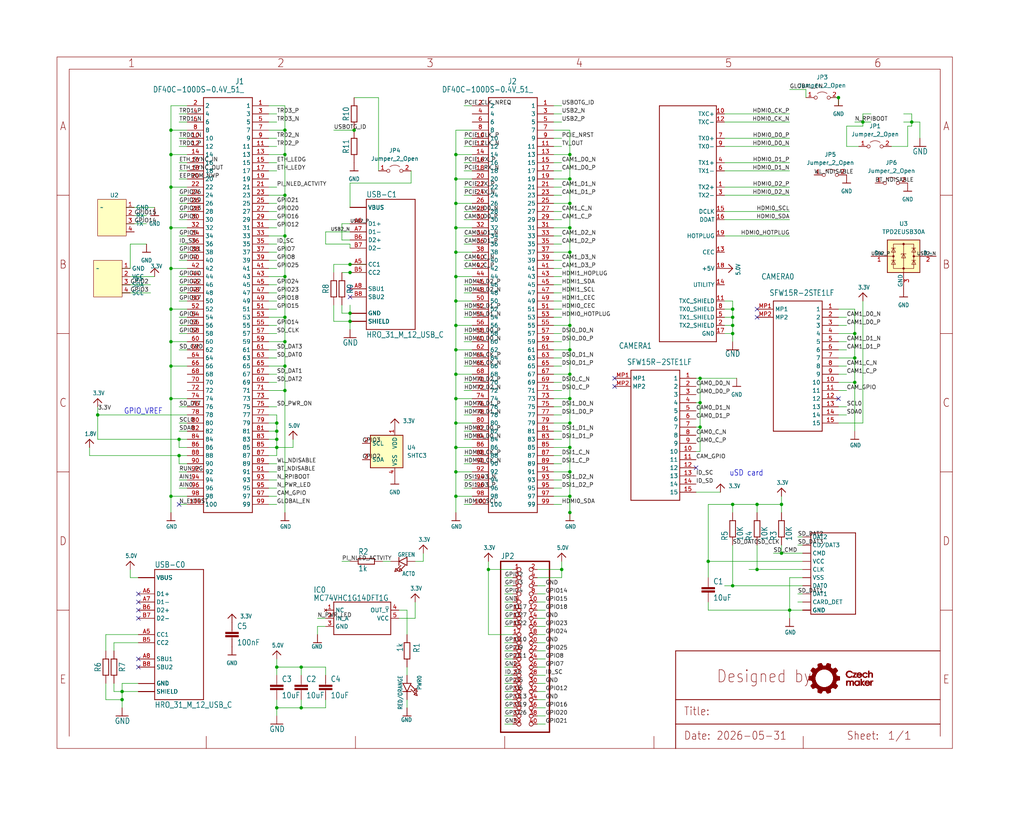
<source format=kicad_sch>
(kicad_sch (version 20230121) (generator eeschema)
  (paper "User" 319.507 254.203)
  (lib_symbols
    (symbol "Connector:Grove_I2C"
      (property "Reference" "U" (at 0 0 0))
      (symbol "Grove_I2C_1_0"
        (pin bidirectional line (at 7.62 0 0) (length 2.54) (name "GND") (number "1"))
        (pin bidirectional line (at 7.62 -2.54 0) (length 2.54) (name "VCC") (number "2"))
        (pin bidirectional line (at 7.62 -5.08 0) (length 2.54) (name "SDA") (number "3"))
        (pin bidirectional line (at 7.62 -7.62 0) (length 2.54) (name "SCL") (number "4"))
      )
    )
    (symbol "Connector:Grove_uart"
      (property "Reference" "U" (at 0 0 0))
      (symbol "Grove_uart_1_0"
        (pin bidirectional line (at 7.62 0 0) (length 2.54) (name "GND") (number "1"))
        (pin bidirectional line (at 7.62 -2.54 0) (length 2.54) (name "RX") (number "2"))
        (pin bidirectional line (at 7.62 -5.08 0) (length 2.54) (name "TX") (number "3"))
        (pin free line (at 7.62 -7.62 0) (length 2.54) (name "") (number "4"))
      )
    )
    (symbol "Jumper:Jumper_2_Open" (pin_names (offset 0) hide)
      (property "Reference" "JP" (at 0 2.794 0))
      (property "Value" "Jumper_2_Open" (at 0 -2.286 0))
      (symbol "Jumper_2_Open_1_1"
        (pin passive line (at -5.08 0 0) (length 2.54) (name "A") (number "1"))
        (pin passive line (at 5.08 0 180) (length 2.54) (name "B") (number "2"))
      )
    )
    (symbol "Minimal_carrier_board_for_CM4_rev_E-eagle-import:1.8V" (power)
      (property "Value" "1.8V" (at -1.524 1.016 0))
      (symbol "1.8V_1_0"
        (pin power_in line (at 0 -2.54 90) (length 2.54) (name "1.8V") (number "1"))
      )
    )
    (symbol "Minimal_carrier_board_for_CM4_rev_E-eagle-import:3.3V" (power)
      (property "Value" "3.3V" (at -1.524 1.016 0))
      (symbol "3.3V_1_0"
        (pin power_in line (at 0 -2.54 90) (length 2.54) (name "3.3V") (number "1"))
      )
    )
    (symbol "Minimal_carrier_board_for_CM4_rev_E-eagle-import:5.0V" (power)
      (property "Value" "5.0V" (at -1.524 1.016 0))
      (symbol "5.0V_1_0"
        (pin power_in line (at 0 -2.54 90) (length 2.54) (name "5.0V") (number "1"))
      )
    )
    (symbol "Minimal_carrier_board_for_CM4_rev_E-eagle-import:A4_FRAME_CZM"
      (symbol "A4_FRAME_CZM_1_0"
        (text "${#}/${##}" (at 259.08 2.54 0) (effects (font (size 2.54 2.54)) (justify left bottom)))
        (text "${CURRENT_DATE}" (at 205.74 2.54 0) (effects (font (size 2.54 2.159)) (justify left bottom)))
        (text "${PROJECTNAME}" (at 205.74 10.16 0) (effects (font (size 2.54 2.159)) (justify left bottom)))
        (text "1" (at 23.2833 213.995 0) (effects (font (size 2.54 2.286))))
        (text "2" (at 69.85 213.995 0) (effects (font (size 2.54 2.286))))
        (text "3" (at 116.4167 213.995 0) (effects (font (size 2.54 2.286))))
        (text "4" (at 162.9833 213.995 0) (effects (font (size 2.54 2.286))))
        (text "5" (at 209.55 213.995 0) (effects (font (size 2.54 2.286))))
        (text "6" (at 256.1167 213.995 0) (effects (font (size 2.54 2.286))))
        (text "A" (at 1.905 194.31 0) (effects (font (size 2.54 2.286))))
        (text "A" (at 277.495 194.31 0) (effects (font (size 2.54 2.286))))
        (text "B" (at 1.905 151.13 0) (effects (font (size 2.54 2.286))))
        (text "B" (at 277.495 151.13 0) (effects (font (size 2.54 2.286))))
        (text "C" (at 1.905 107.95 0) (effects (font (size 2.54 2.286))))
        (text "C" (at 277.495 107.95 0) (effects (font (size 2.54 2.286))))
        (text "D" (at 1.905 64.77 0) (effects (font (size 2.54 2.286))))
        (text "D" (at 277.495 64.77 0) (effects (font (size 2.54 2.286))))
        (text "Date:" (at 195.58 2.54 0) (effects (font (size 2.54 2.159)) (justify left bottom)))
        (text "Designed by" (at 205.74 20.32 0) (effects (font (size 3.81 3.2385)) (justify left bottom)))
        (text "E" (at 1.905 21.59 0) (effects (font (size 2.54 2.286))))
        (text "E" (at 277.495 21.59 0) (effects (font (size 2.54 2.286))))
        (text "Sheet:" (at 246.38 2.54 0) (effects (font (size 2.54 2.159)) (justify left bottom)))
        (text "Title:" (at 195.58 10.16 0) (effects (font (size 2.54 2.159)) (justify left bottom)))
      )
    )
    (symbol "Minimal_carrier_board_for_CM4_rev_E-eagle-import:C-EUC0805"
      (property "Reference" "C" (at 1.524 0.381 0))
      (symbol "C-EUC0805_1_0"
        (pin passive line (at 0 2.54 270) (length 2.54) (name "1") (number "1"))
        (pin passive line (at 0 -5.08 90) (length 2.54) (name "2") (number "2"))
      )
    )
    (symbol "Minimal_carrier_board_for_CM4_rev_E-eagle-import:DF40C-100DS-0.4V_51_"
      (property "Reference" "J" (at 21.59 7.62 0))
      (symbol "DF40C-100DS-0.4V_51__1_0"
        (pin bidirectional line (at 0 0 0) (length 5.08) (name "1") (number "1"))
        (pin bidirectional line (at 25.4 -10.16 180) (length 5.08) (name "10") (number "10"))
        (pin bidirectional line (at 25.4 -124.46 180) (length 5.08) (name "100") (number "100"))
        (pin bidirectional line (at 0 -12.7 0) (length 5.08) (name "11") (number "11"))
        (pin bidirectional line (at 25.4 -12.7 180) (length 5.08) (name "12") (number "12"))
        (pin bidirectional line (at 0 -15.24 0) (length 5.08) (name "13") (number "13"))
        (pin bidirectional line (at 25.4 -15.24 180) (length 5.08) (name "14") (number "14"))
        (pin bidirectional line (at 0 -17.78 0) (length 5.08) (name "15") (number "15"))
        (pin bidirectional line (at 25.4 -17.78 180) (length 5.08) (name "16") (number "16"))
        (pin bidirectional line (at 0 -20.32 0) (length 5.08) (name "17") (number "17"))
        (pin bidirectional line (at 25.4 -20.32 180) (length 5.08) (name "18") (number "18"))
        (pin bidirectional line (at 0 -22.86 0) (length 5.08) (name "19") (number "19"))
        (pin bidirectional line (at 25.4 0 180) (length 5.08) (name "2") (number "2"))
        (pin bidirectional line (at 25.4 -22.86 180) (length 5.08) (name "20") (number "20"))
        (pin bidirectional line (at 0 -25.4 0) (length 5.08) (name "21") (number "21"))
        (pin bidirectional line (at 25.4 -25.4 180) (length 5.08) (name "22") (number "22"))
        (pin bidirectional line (at 0 -27.94 0) (length 5.08) (name "23") (number "23"))
        (pin bidirectional line (at 25.4 -27.94 180) (length 5.08) (name "24") (number "24"))
        (pin bidirectional line (at 0 -30.48 0) (length 5.08) (name "25") (number "25"))
        (pin bidirectional line (at 25.4 -30.48 180) (length 5.08) (name "26") (number "26"))
        (pin bidirectional line (at 0 -33.02 0) (length 5.08) (name "27") (number "27"))
        (pin bidirectional line (at 25.4 -33.02 180) (length 5.08) (name "28") (number "28"))
        (pin bidirectional line (at 0 -35.56 0) (length 5.08) (name "29") (number "29"))
        (pin bidirectional line (at 0 -2.54 0) (length 5.08) (name "3") (number "3"))
        (pin bidirectional line (at 25.4 -35.56 180) (length 5.08) (name "30") (number "30"))
        (pin bidirectional line (at 0 -38.1 0) (length 5.08) (name "31") (number "31"))
        (pin bidirectional line (at 25.4 -38.1 180) (length 5.08) (name "32") (number "32"))
        (pin bidirectional line (at 0 -40.64 0) (length 5.08) (name "33") (number "33"))
        (pin bidirectional line (at 25.4 -40.64 180) (length 5.08) (name "34") (number "34"))
        (pin bidirectional line (at 0 -43.18 0) (length 5.08) (name "35") (number "35"))
        (pin bidirectional line (at 25.4 -43.18 180) (length 5.08) (name "36") (number "36"))
        (pin bidirectional line (at 0 -45.72 0) (length 5.08) (name "37") (number "37"))
        (pin bidirectional line (at 25.4 -45.72 180) (length 5.08) (name "38") (number "38"))
        (pin bidirectional line (at 0 -48.26 0) (length 5.08) (name "39") (number "39"))
        (pin bidirectional line (at 25.4 -2.54 180) (length 5.08) (name "4") (number "4"))
        (pin bidirectional line (at 25.4 -48.26 180) (length 5.08) (name "40") (number "40"))
        (pin bidirectional line (at 0 -50.8 0) (length 5.08) (name "41") (number "41"))
        (pin bidirectional line (at 25.4 -50.8 180) (length 5.08) (name "42") (number "42"))
        (pin bidirectional line (at 0 -53.34 0) (length 5.08) (name "43") (number "43"))
        (pin bidirectional line (at 25.4 -53.34 180) (length 5.08) (name "44") (number "44"))
        (pin bidirectional line (at 0 -55.88 0) (length 5.08) (name "45") (number "45"))
        (pin bidirectional line (at 25.4 -55.88 180) (length 5.08) (name "46") (number "46"))
        (pin bidirectional line (at 0 -58.42 0) (length 5.08) (name "47") (number "47"))
        (pin bidirectional line (at 25.4 -58.42 180) (length 5.08) (name "48") (number "48"))
        (pin bidirectional line (at 0 -60.96 0) (length 5.08) (name "49") (number "49"))
        (pin bidirectional line (at 0 -5.08 0) (length 5.08) (name "5") (number "5"))
        (pin bidirectional line (at 25.4 -60.96 180) (length 5.08) (name "50") (number "50"))
        (pin bidirectional line (at 0 -63.5 0) (length 5.08) (name "51") (number "51"))
        (pin bidirectional line (at 25.4 -63.5 180) (length 5.08) (name "52") (number "52"))
        (pin bidirectional line (at 0 -66.04 0) (length 5.08) (name "53") (number "53"))
        (pin bidirectional line (at 25.4 -66.04 180) (length 5.08) (name "54") (number "54"))
        (pin bidirectional line (at 0 -68.58 0) (length 5.08) (name "55") (number "55"))
        (pin bidirectional line (at 25.4 -68.58 180) (length 5.08) (name "56") (number "56"))
        (pin bidirectional line (at 0 -71.12 0) (length 5.08) (name "57") (number "57"))
        (pin bidirectional line (at 25.4 -71.12 180) (length 5.08) (name "58") (number "58"))
        (pin bidirectional line (at 0 -73.66 0) (length 5.08) (name "59") (number "59"))
        (pin bidirectional line (at 25.4 -5.08 180) (length 5.08) (name "6") (number "6"))
        (pin bidirectional line (at 25.4 -73.66 180) (length 5.08) (name "60") (number "60"))
        (pin bidirectional line (at 0 -76.2 0) (length 5.08) (name "61") (number "61"))
        (pin bidirectional line (at 25.4 -76.2 180) (length 5.08) (name "62") (number "62"))
        (pin bidirectional line (at 0 -78.74 0) (length 5.08) (name "63") (number "63"))
        (pin bidirectional line (at 25.4 -78.74 180) (length 5.08) (name "64") (number "64"))
        (pin bidirectional line (at 0 -81.28 0) (length 5.08) (name "65") (number "65"))
        (pin bidirectional line (at 25.4 -81.28 180) (length 5.08) (name "66") (number "66"))
        (pin bidirectional line (at 0 -83.82 0) (length 5.08) (name "67") (number "67"))
        (pin bidirectional line (at 25.4 -83.82 180) (length 5.08) (name "68") (number "68"))
        (pin bidirectional line (at 0 -86.36 0) (length 5.08) (name "69") (number "69"))
        (pin bidirectional line (at 0 -7.62 0) (length 5.08) (name "7") (number "7"))
        (pin bidirectional line (at 25.4 -86.36 180) (length 5.08) (name "70") (number "70"))
        (pin bidirectional line (at 0 -88.9 0) (length 5.08) (name "71") (number "71"))
        (pin bidirectional line (at 25.4 -88.9 180) (length 5.08) (name "72") (number "72"))
        (pin bidirectional line (at 0 -91.44 0) (length 5.08) (name "73") (number "73"))
        (pin bidirectional line (at 25.4 -91.44 180) (length 5.08) (name "74") (number "74"))
        (pin bidirectional line (at 0 -93.98 0) (length 5.08) (name "75") (number "75"))
        (pin bidirectional line (at 25.4 -93.98 180) (length 5.08) (name "76") (number "76"))
        (pin bidirectional line (at 0 -96.52 0) (length 5.08) (name "77") (number "77"))
        (pin bidirectional line (at 25.4 -96.52 180) (length 5.08) (name "78") (number "78"))
        (pin bidirectional line (at 0 -99.06 0) (length 5.08) (name "79") (number "79"))
        (pin bidirectional line (at 25.4 -7.62 180) (length 5.08) (name "8") (number "8"))
        (pin bidirectional line (at 25.4 -99.06 180) (length 5.08) (name "80") (number "80"))
        (pin bidirectional line (at 0 -101.6 0) (length 5.08) (name "81") (number "81"))
        (pin bidirectional line (at 25.4 -101.6 180) (length 5.08) (name "82") (number "82"))
        (pin bidirectional line (at 0 -104.14 0) (length 5.08) (name "83") (number "83"))
        (pin bidirectional line (at 25.4 -104.14 180) (length 5.08) (name "84") (number "84"))
        (pin bidirectional line (at 0 -106.68 0) (length 5.08) (name "85") (number "85"))
        (pin bidirectional line (at 25.4 -106.68 180) (length 5.08) (name "86") (number "86"))
        (pin bidirectional line (at 0 -109.22 0) (length 5.08) (name "87") (number "87"))
        (pin bidirectional line (at 25.4 -109.22 180) (length 5.08) (name "88") (number "88"))
        (pin bidirectional line (at 0 -111.76 0) (length 5.08) (name "89") (number "89"))
        (pin bidirectional line (at 0 -10.16 0) (length 5.08) (name "9") (number "9"))
        (pin bidirectional line (at 25.4 -111.76 180) (length 5.08) (name "90") (number "90"))
        (pin bidirectional line (at 0 -114.3 0) (length 5.08) (name "91") (number "91"))
        (pin bidirectional line (at 25.4 -114.3 180) (length 5.08) (name "92") (number "92"))
        (pin bidirectional line (at 0 -116.84 0) (length 5.08) (name "93") (number "93"))
        (pin bidirectional line (at 25.4 -116.84 180) (length 5.08) (name "94") (number "94"))
        (pin bidirectional line (at 0 -119.38 0) (length 5.08) (name "95") (number "95"))
        (pin bidirectional line (at 25.4 -119.38 180) (length 5.08) (name "96") (number "96"))
        (pin bidirectional line (at 0 -121.92 0) (length 5.08) (name "97") (number "97"))
        (pin bidirectional line (at 25.4 -121.92 180) (length 5.08) (name "98") (number "98"))
        (pin bidirectional line (at 0 -124.46 0) (length 5.08) (name "99") (number "99"))
      )
    )
    (symbol "Minimal_carrier_board_for_CM4_rev_E-eagle-import:GND" (power)
      (property "Value" "GND" (at -1.524 -2.54 0))
      (symbol "GND_1_0"
        (pin power_in line (at 0 2.54 270) (length 2.54) (name "GND") (number "1"))
      )
    )
    (symbol "Minimal_carrier_board_for_CM4_rev_E-eagle-import:HDMI_MOLEX_47151-0001"
      (symbol "HDMI_MOLEX_47151-0001_1_0"
        (pin bidirectional line (at -10.16 0 0) (length 2.54) (name "TX2+") (number "1"))
        (pin bidirectional line (at -10.16 22.86 0) (length 2.54) (name "TXC+") (number "10"))
        (pin power_in line (at -10.16 -35.56 0) (length 2.54) (name "TXC_SHIELD") (number "11"))
        (pin bidirectional line (at -10.16 20.32 0) (length 2.54) (name "TXC-") (number "12"))
        (pin bidirectional line (at -10.16 -20.32 0) (length 2.54) (name "CEC") (number "13"))
        (pin bidirectional line (at -10.16 -30.48 0) (length 2.54) (name "UTILITY") (number "14"))
        (pin bidirectional line (at -10.16 -7.62 0) (length 2.54) (name "DCLK") (number "15"))
        (pin bidirectional line (at -10.16 -10.16 0) (length 2.54) (name "DDAT") (number "16"))
        (pin power_in line (at -10.16 -45.72 0) (length 2.54) (name "GND") (number "17"))
        (pin power_in line (at -10.16 -25.4 0) (length 2.54) (name "+5V") (number "18"))
        (pin bidirectional line (at -10.16 -15.24 0) (length 2.54) (name "HOTPLUG") (number "19"))
        (pin power_in line (at -10.16 -43.18 0) (length 2.54) (name "TX2_SHIELD") (number "2"))
        (pin bidirectional line (at -10.16 -2.54 0) (length 2.54) (name "TX2-") (number "3"))
        (pin bidirectional line (at -10.16 7.62 0) (length 2.54) (name "TX1+") (number "4"))
        (pin power_in line (at -10.16 -40.64 0) (length 2.54) (name "TX1_SHIELD") (number "5"))
        (pin bidirectional line (at -10.16 5.08 0) (length 2.54) (name "TX1-") (number "6"))
        (pin bidirectional line (at -10.16 15.24 0) (length 2.54) (name "TX0+") (number "7"))
        (pin power_in line (at -10.16 -38.1 0) (length 2.54) (name "TX0_SHIELD") (number "8"))
        (pin bidirectional line (at -10.16 12.7 0) (length 2.54) (name "TX0-") (number "9"))
      )
      (symbol "HDMI_MOLEX_47151-0001_2_0"
        (pin power_in line (at -7.62 2.54 90) (length 5.08) (name "GND@1") (number "P$1"))
        (pin power_in line (at -5.08 2.54 90) (length 5.08) (name "GND@2") (number "P$2"))
        (pin power_in line (at -2.54 2.54 90) (length 5.08) (name "GND@3") (number "P$3"))
        (pin power_in line (at 0 2.54 90) (length 5.08) (name "GND@4") (number "P$4"))
      )
    )
    (symbol "Minimal_carrier_board_for_CM4_rev_E-eagle-import:HRO_31_M_12_USB_C"
      (property "Reference" "J" (at -7.6409 20.8595 0))
      (symbol "HRO_31_M_12_USB_C_1_0"
        (pin passive line (at -12.7 -15.24 0) (length 5.08) (name "GND") (number "A1"))
        (pin passive line (at -12.7 -15.24 0) (length 5.08) (name "GND") (number "A12"))
        (pin passive line (at -12.7 17.78 0) (length 5.08) (name "VBUS") (number "A4"))
        (pin passive line (at -12.7 0 0) (length 5.08) (name "CC1") (number "A5"))
        (pin passive line (at -12.7 12.7 0) (length 5.08) (name "D1+") (number "A6"))
        (pin passive line (at -12.7 10.16 0) (length 5.08) (name "D1-") (number "A7"))
        (pin passive line (at -12.7 -7.62 0) (length 5.08) (name "SBU1") (number "A8"))
        (pin passive line (at -12.7 17.78 0) (length 5.08) (name "VBUS") (number "A9"))
        (pin passive line (at -12.7 -15.24 0) (length 5.08) (name "GND") (number "B1"))
        (pin passive line (at -12.7 -15.24 0) (length 5.08) (name "GND") (number "B12"))
        (pin passive line (at -12.7 17.78 0) (length 5.08) (name "VBUS") (number "B4"))
        (pin passive line (at -12.7 -2.54 0) (length 5.08) (name "CC2") (number "B5"))
        (pin passive line (at -12.7 7.62 0) (length 5.08) (name "D2+") (number "B6"))
        (pin passive line (at -12.7 5.08 0) (length 5.08) (name "D2-") (number "B7"))
        (pin passive line (at -12.7 -10.16 0) (length 5.08) (name "SBU2") (number "B8"))
        (pin passive line (at -12.7 17.78 0) (length 5.08) (name "VBUS") (number "B9"))
        (pin passive line (at -12.7 -17.78 0) (length 5.08) (name "SHIELD") (number "S1"))
        (pin passive line (at -12.7 -17.78 0) (length 5.08) (name "SHIELD") (number "S2"))
        (pin passive line (at -12.7 -17.78 0) (length 5.08) (name "SHIELD") (number "S3"))
        (pin passive line (at -12.7 -17.78 0) (length 5.08) (name "SHIELD") (number "S4"))
      )
    )
    (symbol "Minimal_carrier_board_for_CM4_rev_E-eagle-import:LED0805_NOOUTLINE"
      (property "Reference" "LED" (at -5.08 3.175 0))
      (symbol "LED0805_NOOUTLINE_1_0"
        (pin passive line (at -5.08 0 0) (length 2.54) (name "A") (number "A"))
        (pin passive line (at 2.54 0 180) (length 2.54) (name "C") (number "C"))
      )
    )
    (symbol "Minimal_carrier_board_for_CM4_rev_E-eagle-import:MC74VHC1G14DFT1G"
      (property "Reference" "IC" (at 2.54 7.62 0))
      (symbol "MC74VHC1G14DFT1G_1_0"
        (pin no_connect line (at 0 0 0) (length 2.54) (name "NC") (number "1"))
        (pin input line (at 0 -2.54 0) (length 2.54) (name "IN_A") (number "2"))
        (pin power_in line (at 0 -5.08 0) (length 2.54) (name "GND") (number "3"))
        (pin output line (at 22.86 0 180) (length 2.54) (name "OUT_~{Y}") (number "4"))
        (pin power_in line (at 22.86 -2.54 180) (length 2.54) (name "VCC") (number "5"))
      )
    )
    (symbol "Minimal_carrier_board_for_CM4_rev_E-eagle-import:MICRO_SD_CARD_"
      (symbol "MICRO_SD_CARD__1_0"
        (pin bidirectional line (at -7.62 -10.16 0) (length 2.54) (name "CARD_DET") (number "CD"))
        (pin bidirectional line (at -7.62 7.62 0) (length 2.54) (name "CD/DAT3") (number "CD/DAT3"))
        (pin bidirectional line (at -7.62 0 0) (length 2.54) (name "CLK") (number "CLK"))
        (pin bidirectional line (at -7.62 5.08 0) (length 2.54) (name "CMD") (number "CMD"))
        (pin bidirectional line (at -7.62 -5.08 0) (length 2.54) (name "DAT0") (number "DAT0"))
        (pin bidirectional line (at -7.62 -7.62 0) (length 2.54) (name "DAT1") (number "DAT1"))
        (pin bidirectional line (at -7.62 10.16 0) (length 2.54) (name "DAT2") (number "DAT2"))
        (pin bidirectional line (at -7.62 -12.7 0) (length 2.54) (name "GND") (number "GND"))
        (pin bidirectional line (at -7.62 -12.7 0) (length 2.54) (name "GND") (number "GND@1"))
        (pin bidirectional line (at -7.62 -12.7 0) (length 2.54) (name "GND") (number "GND@2"))
        (pin bidirectional line (at -7.62 -2.54 0) (length 2.54) (name "VSS") (number "GND@3"))
        (pin bidirectional line (at -7.62 2.54 0) (length 2.54) (name "VCC") (number "VCC"))
        (pin bidirectional line (at -7.62 -12.7 0) (length 2.54) (name "GND") (number "VSS"))
      )
    )
    (symbol "Minimal_carrier_board_for_CM4_rev_E-eagle-import:PINHD-2X20"
      (property "Reference" "JP" (at -6.35 26.035 0))
      (symbol "PINHD-2X20_1_0"
        (pin passive inverted (at -2.54 22.86 0) (length 2.54) (name "1") (number "1"))
        (pin passive inverted (at 5.08 12.7 180) (length 2.54) (name "10") (number "10"))
        (pin passive inverted (at -2.54 10.16 0) (length 2.54) (name "11") (number "11"))
        (pin passive inverted (at 5.08 10.16 180) (length 2.54) (name "12") (number "12"))
        (pin passive inverted (at -2.54 7.62 0) (length 2.54) (name "13") (number "13"))
        (pin passive inverted (at 5.08 7.62 180) (length 2.54) (name "14") (number "14"))
        (pin passive inverted (at -2.54 5.08 0) (length 2.54) (name "15") (number "15"))
        (pin passive inverted (at 5.08 5.08 180) (length 2.54) (name "16") (number "16"))
        (pin passive inverted (at -2.54 2.54 0) (length 2.54) (name "17") (number "17"))
        (pin passive inverted (at 5.08 2.54 180) (length 2.54) (name "18") (number "18"))
        (pin passive inverted (at -2.54 0 0) (length 2.54) (name "19") (number "19"))
        (pin passive inverted (at 5.08 22.86 180) (length 2.54) (name "2") (number "2"))
        (pin passive inverted (at 5.08 0 180) (length 2.54) (name "20") (number "20"))
        (pin passive inverted (at -2.54 -2.54 0) (length 2.54) (name "21") (number "21"))
        (pin passive inverted (at 5.08 -2.54 180) (length 2.54) (name "22") (number "22"))
        (pin passive inverted (at -2.54 -5.08 0) (length 2.54) (name "23") (number "23"))
        (pin passive inverted (at 5.08 -5.08 180) (length 2.54) (name "24") (number "24"))
        (pin passive inverted (at -2.54 -7.62 0) (length 2.54) (name "25") (number "25"))
        (pin passive inverted (at 5.08 -7.62 180) (length 2.54) (name "26") (number "26"))
        (pin passive inverted (at -2.54 -10.16 0) (length 2.54) (name "27") (number "27"))
        (pin passive inverted (at 5.08 -10.16 180) (length 2.54) (name "28") (number "28"))
        (pin passive inverted (at -2.54 -12.7 0) (length 2.54) (name "29") (number "29"))
        (pin passive inverted (at -2.54 20.32 0) (length 2.54) (name "3") (number "3"))
        (pin passive inverted (at 5.08 -12.7 180) (length 2.54) (name "30") (number "30"))
        (pin passive inverted (at -2.54 -15.24 0) (length 2.54) (name "31") (number "31"))
        (pin passive inverted (at 5.08 -15.24 180) (length 2.54) (name "32") (number "32"))
        (pin passive inverted (at -2.54 -17.78 0) (length 2.54) (name "33") (number "33"))
        (pin passive inverted (at 5.08 -17.78 180) (length 2.54) (name "34") (number "34"))
        (pin passive inverted (at -2.54 -20.32 0) (length 2.54) (name "35") (number "35"))
        (pin passive inverted (at 5.08 -20.32 180) (length 2.54) (name "36") (number "36"))
        (pin passive inverted (at -2.54 -22.86 0) (length 2.54) (name "37") (number "37"))
        (pin passive inverted (at 5.08 -22.86 180) (length 2.54) (name "38") (number "38"))
        (pin passive inverted (at -2.54 -25.4 0) (length 2.54) (name "39") (number "39"))
        (pin passive inverted (at 5.08 20.32 180) (length 2.54) (name "4") (number "4"))
        (pin passive inverted (at 5.08 -25.4 180) (length 2.54) (name "40") (number "40"))
        (pin passive inverted (at -2.54 17.78 0) (length 2.54) (name "5") (number "5"))
        (pin passive inverted (at 5.08 17.78 180) (length 2.54) (name "6") (number "6"))
        (pin passive inverted (at -2.54 15.24 0) (length 2.54) (name "7") (number "7"))
        (pin passive inverted (at 5.08 15.24 180) (length 2.54) (name "8") (number "8"))
        (pin passive inverted (at -2.54 12.7 0) (length 2.54) (name "9") (number "9"))
      )
    )
    (symbol "Minimal_carrier_board_for_CM4_rev_E-eagle-import:R-EU_R0805"
      (property "Reference" "R" (at -3.81 1.4986 0))
      (symbol "R-EU_R0805_1_0"
        (pin passive line (at -5.08 0 0) (length 2.54) (name "1") (number "1"))
        (pin passive line (at 5.08 0 180) (length 2.54) (name "2") (number "2"))
      )
    )
    (symbol "Minimal_carrier_board_for_CM4_rev_E-eagle-import:SFW15R-2STE1LF"
      (property "Reference" "J" (at 21.59 7.62 0))
      (symbol "SFW15R-2STE1LF_1_0"
        (pin bidirectional line (at 25.4 0 180) (length 5.08) (name "1") (number "1"))
        (pin bidirectional line (at 25.4 -22.86 180) (length 5.08) (name "10") (number "10"))
        (pin bidirectional line (at 25.4 -25.4 180) (length 5.08) (name "11") (number "11"))
        (pin bidirectional line (at 25.4 -27.94 180) (length 5.08) (name "12") (number "12"))
        (pin bidirectional line (at 25.4 -30.48 180) (length 5.08) (name "13") (number "13"))
        (pin bidirectional line (at 25.4 -33.02 180) (length 5.08) (name "14") (number "14"))
        (pin bidirectional line (at 25.4 -35.56 180) (length 5.08) (name "15") (number "15"))
        (pin bidirectional line (at 25.4 -2.54 180) (length 5.08) (name "2") (number "2"))
        (pin bidirectional line (at 25.4 -5.08 180) (length 5.08) (name "3") (number "3"))
        (pin bidirectional line (at 25.4 -7.62 180) (length 5.08) (name "4") (number "4"))
        (pin bidirectional line (at 25.4 -10.16 180) (length 5.08) (name "5") (number "5"))
        (pin bidirectional line (at 25.4 -12.7 180) (length 5.08) (name "6") (number "6"))
        (pin bidirectional line (at 25.4 -15.24 180) (length 5.08) (name "7") (number "7"))
        (pin bidirectional line (at 25.4 -17.78 180) (length 5.08) (name "8") (number "8"))
        (pin bidirectional line (at 25.4 -20.32 180) (length 5.08) (name "9") (number "9"))
        (pin bidirectional line (at 0 0 0) (length 5.08) (name "MP1") (number "MP1"))
        (pin bidirectional line (at 0 -2.54 0) (length 5.08) (name "MP2") (number "MP2"))
      )
    )
    (symbol "Minimal_carrier_board_for_CM4_rev_E-eagle-import:SparkFun-PowerSymbols_GND" (power)
      (property "Value" "SparkFun-PowerSymbols_GND" (at 0 -0.254 0))
      (symbol "SparkFun-PowerSymbols_GND_1_0"
        (pin power_in line (at 0 2.54 270) (length 2.54) (name "GND") (number "1"))
      )
    )
    (symbol "Minimal_carrier_board_for_CM4_rev_E-eagle-import:supply1_GND" (power)
      (property "Value" "supply1_GND" (at -2.54 -2.54 0))
      (symbol "supply1_GND_1_0"
        (pin power_in line (at 0 2.54 270) (length 2.54) (name "GND") (number "1"))
      )
    )
    (symbol "Power_Protection:TPD2EUSB30A" (pin_names (offset 0))
      (property "Reference" "U" (at 0 6.35 0))
      (property "Value" "TPD2EUSB30A" (at 7.62 -7.62 0))
      (symbol "TPD2EUSB30A_1_1"
        (pin passive line (at -10.16 0 0) (length 5.08) (name "D+") (number "1"))
        (pin passive line (at 10.16 0 180) (length 5.08) (name "D-") (number "2"))
        (pin passive line (at 0 -10.16 90) (length 5.08) (name "GND") (number "3"))
      )
    )
    (symbol "Sensor_Humidity:SHTC3"
      (property "Reference" "U" (at -3.81 6.35 0))
      (property "Value" "SHTC3" (at -2.54 -6.35 0))
      (symbol "SHTC3_1_1"
        (pin power_in line (at 2.54 7.62 270) (length 2.54) (name "VDD") (number "1"))
        (pin input line (at -7.62 2.54 0) (length 2.54) (name "SCL") (number "2"))
        (pin bidirectional line (at -7.62 -2.54 0) (length 2.54) (name "SDA") (number "3"))
        (pin power_in line (at 2.54 -7.62 90) (length 2.54) (name "VSS") (number "4"))
        (pin no_connect line (at 5.08 0 180) (length 2.54) hide (name "NC") (number "5"))
      )
    )
  )
  (junction (at 243.84 157.48))
  (junction (at 142.24 139.7))
  (junction (at 88.9 73.66))
  (junction (at 110.49 40.64))
  (junction (at 93.98 220.98))
  (junction (at 88.9 114.3))
  (junction (at 86.36 134.62))
  (junction (at 53.34 71.12))
  (junction (at 177.8 109.22))
  (junction (at 228.6 99.06))
  (junction (at 266.7 119.38))
  (junction (at 142.24 78.74))
  (junction (at 142.24 147.32))
  (junction (at 142.24 71.12))
  (junction (at 177.8 124.46))
  (junction (at 177.8 63.5))
  (junction (at 53.34 83.82))
  (junction (at 55.88 137.16))
  (junction (at 177.8 55.88))
  (junction (at 93.98 208.28))
  (junction (at 177.8 139.7))
  (junction (at 86.36 139.7))
  (junction (at 142.24 132.08))
  (junction (at 152.4 177.8))
  (junction (at 86.36 137.16))
  (junction (at 86.36 220.98))
  (junction (at 218.44 125.73))
  (junction (at 177.8 160.02))
  (junction (at 142.24 124.46))
  (junction (at 142.24 93.98))
  (junction (at 228.6 96.52))
  (junction (at 38.1 218.44))
  (junction (at 228.6 157.48))
  (junction (at 236.22 177.8))
  (junction (at 177.8 71.12))
  (junction (at 53.34 106.68))
  (junction (at 55.88 142.24))
  (junction (at 228.6 104.14))
  (junction (at 228.6 182.88))
  (junction (at 177.8 154.94))
  (junction (at 109.22 85.09))
  (junction (at 266.7 111.76))
  (junction (at 218.44 133.35))
  (junction (at 142.24 48.26))
  (junction (at 88.9 99.06))
  (junction (at 53.34 40.64))
  (junction (at 88.9 121.92))
  (junction (at 142.24 154.94))
  (junction (at 109.22 97.79))
  (junction (at 266.7 104.14))
  (junction (at 220.98 175.26))
  (junction (at 30.48 129.54))
  (junction (at 284.48 38.1))
  (junction (at 269.24 38.1))
  (junction (at 88.9 86.36))
  (junction (at 142.24 101.6))
  (junction (at 53.34 124.46))
  (junction (at 53.34 48.26))
  (junction (at 53.34 114.3))
  (junction (at 142.24 55.88))
  (junction (at 243.84 172.72))
  (junction (at 177.8 101.6))
  (junction (at 142.24 63.5))
  (junction (at 142.24 86.36))
  (junction (at 86.36 132.08))
  (junction (at 88.9 48.26))
  (junction (at 261.62 30.48))
  (junction (at 142.24 109.22))
  (junction (at 246.38 190.5))
  (junction (at 88.9 40.64))
  (junction (at 177.8 116.84))
  (junction (at 88.9 106.68))
  (junction (at 177.8 78.74))
  (junction (at 86.36 208.28))
  (junction (at 218.44 118.11))
  (junction (at 53.34 96.52))
  (junction (at 228.6 101.6))
  (junction (at 38.1 215.9))
  (junction (at 109.22 82.55))
  (junction (at 53.34 58.42))
  (junction (at 177.8 48.26))
  (junction (at 53.34 154.94))
  (junction (at 109.22 100.33))
  (junction (at 88.9 60.96))
  (junction (at 177.8 147.32))
  (junction (at 236.22 157.48))
  (junction (at 177.8 132.08))
  (junction (at 142.24 116.84))
  (junction (at 175.26 177.8))
  (no_connect (at 191.77 120.65))
  (no_connect (at 43.18 193.04))
  (no_connect (at 236.22 99.06))
  (no_connect (at 109.22 92.71))
  (no_connect (at 43.18 185.42))
  (no_connect (at 43.18 190.5))
  (no_connect (at 55.88 157.48))
  (no_connect (at 43.18 208.28))
  (no_connect (at 109.22 90.17))
  (no_connect (at 191.77 118.11))
  (no_connect (at 217.17 146.05))
  (no_connect (at 236.22 96.52))
  (no_connect (at 43.18 187.96))
  (no_connect (at 43.18 205.74))
  (no_connect (at 261.62 124.46))
  (wire (pts (xy 101.6 218.44) (xy 101.6 220.98)) (stroke (width 0.1524)))
  (wire (pts (xy 27.94 139.7) (xy 27.94 142.24)) (stroke (width 0.1524)))
  (wire (pts (xy 58.42 139.7) (xy 55.88 139.7)) (stroke (width 0.1524)))
  (wire (pts (xy 218.44 133.35) (xy 217.17 133.35)))
  (wire (pts (xy 86.36 139.7) (xy 86.36 142.24)) (stroke (width 0.1524)))
  (wire (pts (xy 106.68 74.93) (xy 109.22 74.93)))
  (wire (pts (xy 160.02 208.28) (xy 157.48 208.28)) (stroke (width 0.1524)))
  (wire (pts (xy 43.18 180.34) (xy 40.64 180.34)) (stroke (width 0.1524)))
  (wire (pts (xy 261.62 104.14) (xy 266.7 104.14)) (stroke (width 0.1524)))
  (wire (pts (xy 172.72 33.02) (xy 175.26 33.02)) (stroke (width 0.1524)))
  (wire (pts (xy 83.82 93.98) (xy 86.36 93.98)) (stroke (width 0.1524)))
  (wire (pts (xy 261.62 114.3) (xy 264.16 114.3)) (stroke (width 0.1524)))
  (wire (pts (xy 160.02 177.8) (xy 152.4 177.8)) (stroke (width 0.1524)))
  (wire (pts (xy 83.82 35.56) (xy 86.36 35.56)) (stroke (width 0.1524)))
  (wire (pts (xy 83.82 50.8) (xy 86.36 50.8)) (stroke (width 0.1524)))
  (wire (pts (xy 172.72 66.04) (xy 175.26 66.04)) (stroke (width 0.1524)))
  (wire (pts (xy 281.94 35.56) (xy 284.48 35.56)) (stroke (width 0.1524)))
  (wire (pts (xy 283.21 45.72) (xy 283.21 39.37)))
  (wire (pts (xy 83.82 71.12) (xy 86.36 71.12)) (stroke (width 0.1524)))
  (wire (pts (xy 250.444 170.18) (xy 248.92 170.18)) (stroke (width 0.1524)))
  (wire (pts (xy 172.72 119.38) (xy 175.26 119.38)) (stroke (width 0.1524)))
  (wire (pts (xy 172.72 55.88) (xy 177.8 55.88)) (stroke (width 0.1524)))
  (wire (pts (xy 172.72 60.96) (xy 175.26 60.96)) (stroke (width 0.1524)))
  (wire (pts (xy 160.02 187.96) (xy 157.48 187.96)) (stroke (width 0.1524)))
  (wire (pts (xy 160.02 180.34) (xy 157.48 180.34)) (stroke (width 0.1524)))
  (wire (pts (xy 39.37 64.77) (xy 48.26 64.77)))
  (wire (pts (xy 106.68 95.25) (xy 106.68 97.79)) (stroke (width 0.1524)))
  (wire (pts (xy 83.82 132.08) (xy 86.36 132.08)) (stroke (width 0.1524)))
  (wire (pts (xy 160.02 223.52) (xy 157.48 223.52)) (stroke (width 0.1524)))
  (wire (pts (xy 109.22 102.87) (xy 109.22 100.33)) (stroke (width 0.1524)))
  (wire (pts (xy 53.34 40.64) (xy 53.34 48.26)) (stroke (width 0.1524)))
  (wire (pts (xy 147.32 154.94) (xy 142.24 154.94)) (stroke (width 0.1524)))
  (wire (pts (xy 226.06 99.06) (xy 228.6 99.06)) (stroke (width 0.1524)))
  (wire (pts (xy 147.32 76.2) (xy 144.78 76.2)) (stroke (width 0.1524)))
  (wire (pts (xy 147.32 119.38) (xy 144.78 119.38)) (stroke (width 0.1524)))
  (wire (pts (xy 83.82 109.22) (xy 86.36 109.22)) (stroke (width 0.1524)))
  (wire (pts (xy 172.72 91.44) (xy 175.26 91.44)) (stroke (width 0.1524)))
  (wire (pts (xy 83.82 96.52) (xy 86.36 96.52)) (stroke (width 0.1524)))
  (wire (pts (xy 147.32 81.28) (xy 144.78 81.28)) (stroke (width 0.1524)))
  (wire (pts (xy 106.68 97.79) (xy 109.22 97.79)) (stroke (width 0.1524)))
  (wire (pts (xy 228.6 99.06) (xy 228.6 101.6)) (stroke (width 0.1524)))
  (wire (pts (xy 53.34 154.94) (xy 58.42 154.94)) (stroke (width 0.1524)))
  (wire (pts (xy 228.6 160.02) (xy 228.6 157.48)) (stroke (width 0.1524)))
  (wire (pts (xy 172.72 116.84) (xy 177.8 116.84)) (stroke (width 0.1524)))
  (wire (pts (xy 104.14 85.09) (xy 104.14 82.55)) (stroke (width 0.1524)))
  (wire (pts (xy 236.22 160.02) (xy 236.22 157.48)) (stroke (width 0.1524)))
  (wire (pts (xy 147.32 139.7) (xy 142.24 139.7)) (stroke (width 0.1524)))
  (wire (pts (xy 269.24 38.1) (xy 269.24 39.37)))
  (wire (pts (xy 147.32 45.72) (xy 144.78 45.72)) (stroke (width 0.1524)))
  (wire (pts (xy 246.38 190.5) (xy 246.38 193.04)) (stroke (width 0.1524)))
  (wire (pts (xy 38.1 213.36) (xy 43.18 213.36)) (stroke (width 0.1524)))
  (wire (pts (xy 58.42 101.6) (xy 55.88 101.6)) (stroke (width 0.1524)))
  (wire (pts (xy 217.17 153.67) (xy 224.79 153.67)))
  (wire (pts (xy 83.82 83.82) (xy 86.36 83.82)) (stroke (width 0.1524)))
  (wire (pts (xy 104.14 82.55) (xy 109.22 82.55)))
  (wire (pts (xy 83.82 129.54) (xy 86.36 129.54)) (stroke (width 0.1524)))
  (wire (pts (xy 236.22 157.48) (xy 243.84 157.48)) (stroke (width 0.1524)))
  (wire (pts (xy 172.72 149.86) (xy 175.26 149.86)) (stroke (width 0.1524)))
  (wire (pts (xy 269.24 35.56) (xy 269.24 38.1)) (stroke (width 0.1524)))
  (wire (pts (xy 147.32 114.3) (xy 144.78 114.3)) (stroke (width 0.1524)))
  (wire (pts (xy 269.24 132.08) (xy 269.24 93.98)) (stroke (width 0.1524)))
  (wire (pts (xy 106.68 85.09) (xy 109.22 85.09)))
  (wire (pts (xy 226.06 73.66) (xy 246.38 73.66)) (stroke (width 0.1524)))
  (wire (pts (xy 58.42 38.1) (xy 55.88 38.1)) (stroke (width 0.1524)))
  (wire (pts (xy 172.72 101.6) (xy 177.8 101.6)) (stroke (width 0.1524)))
  (wire (pts (xy 172.72 48.26) (xy 177.8 48.26)) (stroke (width 0.1524)))
  (wire (pts (xy 172.72 38.1) (xy 175.26 38.1)) (stroke (width 0.1524)))
  (wire (pts (xy 160.02 218.44) (xy 157.48 218.44)) (stroke (width 0.1524)))
  (wire (pts (xy 58.42 124.46) (xy 53.34 124.46)) (stroke (width 0.1524)))
  (wire (pts (xy 93.98 218.44) (xy 93.98 220.98)) (stroke (width 0.1524)))
  (wire (pts (xy 177.8 132.08) (xy 177.8 139.7)) (stroke (width 0.1524)))
  (wire (pts (xy 88.9 86.36) (xy 88.9 99.06)) (stroke (width 0.1524)))
  (wire (pts (xy 147.32 132.08) (xy 142.24 132.08)) (stroke (width 0.1524)))
  (wire (pts (xy 172.72 45.72) (xy 175.26 45.72)) (stroke (width 0.1524)))
  (wire (pts (xy 177.8 40.64) (xy 177.8 48.26)) (stroke (width 0.1524)))
  (wire (pts (xy 147.32 157.48) (xy 144.78 157.48)) (stroke (width 0.1524)))
  (wire (pts (xy 259.08 30.48) (xy 261.62 30.48)))
  (wire (pts (xy 83.82 86.36) (xy 88.9 86.36)) (stroke (width 0.1524)))
  (wire (pts (xy 177.8 55.88) (xy 177.8 63.5)) (stroke (width 0.1524)))
  (wire (pts (xy 167.64 198.12) (xy 170.18 198.12)) (stroke (width 0.1524)))
  (wire (pts (xy 83.82 40.64) (xy 88.9 40.64)) (stroke (width 0.1524)))
  (wire (pts (xy 83.82 149.86) (xy 86.36 149.86)) (stroke (width 0.1524)))
  (wire (pts (xy 160.02 182.88) (xy 157.48 182.88)) (stroke (width 0.1524)))
  (wire (pts (xy 226.06 66.04) (xy 246.38 66.04)) (stroke (width 0.1524)))
  (wire (pts (xy 147.32 116.84) (xy 142.24 116.84)) (stroke (width 0.1524)))
  (wire (pts (xy 58.42 93.98) (xy 55.88 93.98)) (stroke (width 0.1524)))
  (wire (pts (xy 226.06 35.56) (xy 246.38 35.56)) (stroke (width 0.1524)))
  (wire (pts (xy 172.72 53.34) (xy 175.26 53.34)) (stroke (width 0.1524)))
  (wire (pts (xy 58.42 132.08) (xy 55.88 132.08)) (stroke (width 0.1524)))
  (wire (pts (xy 172.72 99.06) (xy 175.26 99.06)) (stroke (width 0.1524)))
  (wire (pts (xy 53.34 106.68) (xy 53.34 114.3)) (stroke (width 0.1524)))
  (wire (pts (xy 177.8 101.6) (xy 177.8 109.22)) (stroke (width 0.1524)))
  (wire (pts (xy 172.72 142.24) (xy 175.26 142.24)) (stroke (width 0.1524)))
  (wire (pts (xy 53.34 83.82) (xy 53.34 96.52)) (stroke (width 0.1524)))
  (wire (pts (xy 142.24 124.46) (xy 142.24 132.08)) (stroke (width 0.1524)))
  (wire (pts (xy 172.72 129.54) (xy 175.26 129.54)) (stroke (width 0.1524)))
  (wire (pts (xy 167.64 177.8) (xy 175.26 177.8)) (stroke (width 0.1524)))
  (wire (pts (xy 88.9 40.64) (xy 88.9 48.26)) (stroke (width 0.1524)))
  (wire (pts (xy 88.9 33.02) (xy 88.9 40.64)) (stroke (width 0.1524)))
  (wire (pts (xy 261.62 132.08) (xy 269.24 132.08)) (stroke (width 0.1524)))
  (wire (pts (xy 83.82 38.1) (xy 86.36 38.1)) (stroke (width 0.1524)))
  (wire (pts (xy 172.72 157.48) (xy 175.26 157.48)) (stroke (width 0.1524)))
  (wire (pts (xy 228.6 157.48) (xy 236.22 157.48)) (stroke (width 0.1524)))
  (wire (pts (xy 172.72 88.9) (xy 175.26 88.9)) (stroke (width 0.1524)))
  (wire (pts (xy 83.82 78.74) (xy 86.36 78.74)) (stroke (width 0.1524)))
  (wire (pts (xy 147.32 144.78) (xy 144.78 144.78)) (stroke (width 0.1524)))
  (wire (pts (xy 83.82 76.2) (xy 86.36 76.2)) (stroke (width 0.1524)))
  (wire (pts (xy 172.72 152.4) (xy 175.26 152.4)) (stroke (width 0.1524)))
  (wire (pts (xy 147.32 33.02) (xy 144.78 33.02)) (stroke (width 0.1524)))
  (wire (pts (xy 53.34 58.42) (xy 53.34 71.12)) (stroke (width 0.1524)))
  (wire (pts (xy 53.34 48.26) (xy 53.34 58.42)) (stroke (width 0.1524)))
  (wire (pts (xy 172.72 109.22) (xy 177.8 109.22)) (stroke (width 0.1524)))
  (wire (pts (xy 83.82 58.42) (xy 86.36 58.42)) (stroke (width 0.1524)))
  (wire (pts (xy 93.98 210.82) (xy 93.98 208.28)) (stroke (width 0.1524)))
  (wire (pts (xy 147.32 137.16) (xy 144.78 137.16)) (stroke (width 0.1524)))
  (wire (pts (xy 83.82 43.18) (xy 86.36 43.18)) (stroke (width 0.1524)))
  (wire (pts (xy 142.24 78.74) (xy 142.24 86.36)) (stroke (width 0.1524)))
  (wire (pts (xy 175.26 180.34) (xy 175.26 177.8)) (stroke (width 0.1524)))
  (wire (pts (xy 83.82 121.92) (xy 88.9 121.92)) (stroke (width 0.1524)))
  (wire (pts (xy 172.72 137.16) (xy 175.26 137.16)) (stroke (width 0.1524)))
  (wire (pts (xy 266.7 111.76) (xy 266.7 119.38)) (stroke (width 0.1524)))
  (wire (pts (xy 147.32 91.44) (xy 144.78 91.44)) (stroke (width 0.1524)))
  (wire (pts (xy 283.21 39.37) (xy 284.48 39.37)))
  (wire (pts (xy 109.22 82.55) (xy 114.3 82.55)))
  (wire (pts (xy 58.42 40.64) (xy 53.34 40.64)) (stroke (width 0.1524)))
  (wire (pts (xy 40.64 180.34) (xy 40.64 177.8)) (stroke (width 0.1524)))
  (wire (pts (xy 172.72 43.18) (xy 175.26 43.18)) (stroke (width 0.1524)))
  (wire (pts (xy 147.32 106.68) (xy 144.78 106.68)) (stroke (width 0.1524)))
  (wire (pts (xy 172.72 106.68) (xy 175.26 106.68)) (stroke (width 0.1524)))
  (wire (pts (xy 177.8 147.32) (xy 177.8 154.94)) (stroke (width 0.1524)))
  (wire (pts (xy 40.64 76.2) (xy 45.72 76.2)))
  (wire (pts (xy 109.22 69.85) (xy 106.68 69.85)))
  (wire (pts (xy 83.82 53.34) (xy 86.36 53.34)) (stroke (width 0.1524)))
  (wire (pts (xy 27.94 142.24) (xy 55.88 142.24)) (stroke (width 0.1524)))
  (wire (pts (xy 261.62 106.68) (xy 264.16 106.68)) (stroke (width 0.1524)))
  (wire (pts (xy 250.444 167.64) (xy 248.92 167.64)) (stroke (width 0.1524)))
  (wire (pts (xy 167.64 215.9) (xy 170.18 215.9)) (stroke (width 0.1524)))
  (wire (pts (xy 142.24 147.32) (xy 142.24 154.94)) (stroke (width 0.1524)))
  (wire (pts (xy 109.22 57.15) (xy 109.22 64.77)))
  (wire (pts (xy 266.7 96.52) (xy 266.7 104.14)) (stroke (width 0.1524)))
  (wire (pts (xy 128.27 57.15) (xy 109.22 57.15)))
  (wire (pts (xy 172.72 83.82) (xy 175.26 83.82)) (stroke (width 0.1524)))
  (wire (pts (xy 220.98 175.26) (xy 220.98 157.48)) (stroke (width 0.1524)))
  (wire (pts (xy 172.72 35.56) (xy 175.26 35.56)) (stroke (width 0.1524)))
  (wire (pts (xy 167.64 205.74) (xy 170.18 205.74)) (stroke (width 0.1524)))
  (wire (pts (xy 106.68 69.85) (xy 106.68 74.93)))
  (wire (pts (xy 91.44 139.7) (xy 91.44 137.16)) (stroke (width 0.1524)))
  (wire (pts (xy 147.32 152.4) (xy 144.78 152.4)) (stroke (width 0.1524)))
  (wire (pts (xy 261.62 116.84) (xy 264.16 116.84)) (stroke (width 0.1524)))
  (wire (pts (xy 261.62 119.38) (xy 266.7 119.38)) (stroke (width 0.1524)))
  (wire (pts (xy 86.36 139.7) (xy 91.44 139.7)) (stroke (width 0.1524)))
  (wire (pts (xy 142.24 109.22) (xy 142.24 116.84)) (stroke (width 0.1524)))
  (wire (pts (xy 250.444 175.26) (xy 220.98 175.26)) (stroke (width 0.1524)))
  (wire (pts (xy 101.6 220.98) (xy 93.98 220.98)) (stroke (width 0.1524)))
  (wire (pts (xy 53.34 33.02) (xy 53.34 40.64)) (stroke (width 0.1524)))
  (wire (pts (xy 58.42 73.66) (xy 55.88 73.66)) (stroke (width 0.1524)))
  (wire (pts (xy 58.42 58.42) (xy 53.34 58.42)) (stroke (width 0.1524)))
  (wire (pts (xy 58.42 91.44) (xy 55.88 91.44)) (stroke (width 0.1524)))
  (wire (pts (xy 177.8 71.12) (xy 177.8 78.74)) (stroke (width 0.1524)))
  (wire (pts (xy 55.88 144.78) (xy 55.88 142.24)) (stroke (width 0.1524)))
  (wire (pts (xy 243.84 157.48) (xy 243.84 160.02)) (stroke (width 0.1524)))
  (wire (pts (xy 226.06 50.8) (xy 246.38 50.8)) (stroke (width 0.1524)))
  (wire (pts (xy 172.72 86.36) (xy 175.26 86.36)) (stroke (width 0.1524)))
  (wire (pts (xy 83.82 144.78) (xy 86.36 144.78)) (stroke (width 0.1524)))
  (wire (pts (xy 167.64 223.52) (xy 170.18 223.52)) (stroke (width 0.1524)))
  (wire (pts (xy 250.444 190.5) (xy 246.38 190.5)) (stroke (width 0.1524)))
  (wire (pts (xy 160.02 215.9) (xy 157.48 215.9)) (stroke (width 0.1524)))
  (wire (pts (xy 250.444 187.96) (xy 248.92 187.96)) (stroke (width 0.1524)))
  (wire (pts (xy 40.64 83.82) (xy 40.64 76.2)))
  (wire (pts (xy 160.02 226.06) (xy 157.48 226.06)) (stroke (width 0.1524)))
  (wire (pts (xy 250.444 172.72) (xy 243.84 172.72)) (stroke (width 0.1524)))
  (wire (pts (xy 58.42 142.24) (xy 55.88 142.24)) (stroke (width 0.1524)))
  (wire (pts (xy 147.32 109.22) (xy 142.24 109.22)) (stroke (width 0.1524)))
  (wire (pts (xy 99.06 195.58) (xy 101.6 195.58)) (stroke (width 0.1524)))
  (wire (pts (xy 172.72 132.08) (xy 177.8 132.08)) (stroke (width 0.1524)))
  (wire (pts (xy 58.42 134.62) (xy 55.88 134.62)) (stroke (width 0.1524)))
  (wire (pts (xy 38.1 218.44) (xy 38.1 215.9)) (stroke (width 0.1524)))
  (wire (pts (xy 142.24 86.36) (xy 142.24 93.98)) (stroke (width 0.1524)))
  (wire (pts (xy 58.42 50.8) (xy 55.88 50.8)) (stroke (width 0.1524)))
  (wire (pts (xy 147.32 142.24) (xy 144.78 142.24)) (stroke (width 0.1524)))
  (wire (pts (xy 243.84 170.18) (xy 243.84 172.72)) (stroke (width 0.1524)))
  (wire (pts (xy 172.72 73.66) (xy 175.26 73.66)) (stroke (width 0.1524)))
  (wire (pts (xy 83.82 104.14) (xy 86.36 104.14)) (stroke (width 0.1524)))
  (wire (pts (xy 217.17 125.73) (xy 218.44 125.73)))
  (wire (pts (xy 58.42 33.02) (xy 53.34 33.02)) (stroke (width 0.1524)))
  (wire (pts (xy 101.6 193.04) (xy 99.06 193.04)) (stroke (width 0.1524)))
  (wire (pts (xy 284.48 38.1) (xy 287.02 38.1)) (stroke (width 0.1524)))
  (wire (pts (xy 58.42 35.56) (xy 55.88 35.56)) (stroke (width 0.1524)))
  (wire (pts (xy 177.8 48.26) (xy 177.8 55.88)) (stroke (width 0.1524)))
  (wire (pts (xy 217.17 118.11) (xy 218.44 118.11)))
  (wire (pts (xy 250.444 180.34) (xy 246.38 180.34)) (stroke (width 0.1524)))
  (wire (pts (xy 261.62 96.52) (xy 266.7 96.52)) (stroke (width 0.1524)))
  (wire (pts (xy 142.24 154.94) (xy 142.24 160.02)) (stroke (width 0.1524)))
  (wire (pts (xy 38.1 220.98) (xy 38.1 218.44)) (stroke (width 0.1524)))
  (wire (pts (xy 39.37 67.31) (xy 45.72 67.31)))
  (wire (pts (xy 86.36 134.62) (xy 86.36 137.16)) (stroke (width 0.1524)))
  (wire (pts (xy 83.82 154.94) (xy 86.36 154.94)) (stroke (width 0.1524)))
  (wire (pts (xy 39.37 69.85) (xy 45.72 69.85)))
  (wire (pts (xy 172.72 50.8) (xy 175.26 50.8)) (stroke (width 0.1524)))
  (wire (pts (xy 83.82 114.3) (xy 88.9 114.3)) (stroke (width 0.1524)))
  (wire (pts (xy 83.82 63.5) (xy 86.36 63.5)) (stroke (width 0.1524)))
  (wire (pts (xy 172.72 68.58) (xy 175.26 68.58)) (stroke (width 0.1524)))
  (wire (pts (xy 83.82 73.66) (xy 88.9 73.66)) (stroke (width 0.1524)))
  (wire (pts (xy 88.9 99.06) (xy 88.9 106.68)) (stroke (width 0.1524)))
  (wire (pts (xy 104.14 40.64) (xy 110.49 40.64)))
  (wire (pts (xy 38.1 91.44) (xy 46.99 91.44)))
  (wire (pts (xy 228.6 182.88) (xy 226.06 182.88)) (stroke (width 0.1524)))
  (wire (pts (xy 58.42 78.74) (xy 55.88 78.74)) (stroke (width 0.1524)))
  (wire (pts (xy 58.42 144.78) (xy 55.88 144.78)) (stroke (width 0.1524)))
  (wire (pts (xy 101.6 208.28) (xy 93.98 208.28)) (stroke (width 0.1524)))
  (wire (pts (xy 86.36 132.08) (xy 86.36 134.62)) (stroke (width 0.1524)))
  (wire (pts (xy 167.64 203.2) (xy 170.18 203.2)) (stroke (width 0.1524)))
  (wire (pts (xy 147.32 50.8) (xy 144.78 50.8)) (stroke (width 0.1524)))
  (wire (pts (xy 142.24 40.64) (xy 142.24 48.26)) (stroke (width 0.1524)))
  (wire (pts (xy 58.42 106.68) (xy 53.34 106.68)) (stroke (width 0.1524)))
  (wire (pts (xy 83.82 48.26) (xy 88.9 48.26)) (stroke (width 0.1524)))
  (wire (pts (xy 261.62 129.54) (xy 264.16 129.54)) (stroke (width 0.1524)))
  (wire (pts (xy 83.82 137.16) (xy 86.36 137.16)) (stroke (width 0.1524)))
  (wire (pts (xy 220.98 157.48) (xy 228.6 157.48)) (stroke (width 0.1524)))
  (wire (pts (xy 152.4 177.8) (xy 152.4 175.26)) (stroke (width 0.1524)))
  (wire (pts (xy 147.32 53.34) (xy 144.78 53.34)) (stroke (width 0.1524)))
  (wire (pts (xy 147.32 68.58) (xy 144.78 68.58)) (stroke (width 0.1524)))
  (wire (pts (xy 58.42 109.22) (xy 55.88 109.22)) (stroke (width 0.1524)))
  (wire (pts (xy 58.42 86.36) (xy 55.88 86.36)) (stroke (width 0.1524)))
  (wire (pts (xy 226.06 45.72) (xy 246.38 45.72)) (stroke (width 0.1524)))
  (wire (pts (xy 261.62 109.22) (xy 264.16 109.22)) (stroke (width 0.1524)))
  (wire (pts (xy 220.98 190.5) (xy 246.38 190.5)) (stroke (width 0.1524)))
  (wire (pts (xy 266.7 104.14) (xy 266.7 111.76)) (stroke (width 0.1524)))
  (wire (pts (xy 88.9 121.92) (xy 88.9 160.02)) (stroke (width 0.1524)))
  (wire (pts (xy 177.8 124.46) (xy 177.8 132.08)) (stroke (width 0.1524)))
  (wire (pts (xy 177.8 63.5) (xy 177.8 71.12)) (stroke (width 0.1524)))
  (wire (pts (xy 160.02 205.74) (xy 157.48 205.74)) (stroke (width 0.1524)))
  (wire (pts (xy 271.78 38.1) (xy 269.24 38.1)) (stroke (width 0.1524)))
  (wire (pts (xy 109.22 85.09) (xy 114.3 85.09)))
  (wire (pts (xy 58.42 127) (xy 55.88 127)) (stroke (width 0.1524)))
  (wire (pts (xy 147.32 63.5) (xy 142.24 63.5)) (stroke (width 0.1524)))
  (wire (pts (xy 58.42 88.9) (xy 55.88 88.9)) (stroke (width 0.1524)))
  (wire (pts (xy 43.18 215.9) (xy 38.1 215.9)) (stroke (width 0.1524)))
  (wire (pts (xy 217.17 140.97) (xy 218.44 140.97)))
  (wire (pts (xy 142.24 55.88) (xy 142.24 63.5)) (stroke (width 0.1524)))
  (wire (pts (xy 160.02 185.42) (xy 157.48 185.42)) (stroke (width 0.1524)))
  (wire (pts (xy 160.02 200.66) (xy 157.48 200.66)) (stroke (width 0.1524)))
  (wire (pts (xy 88.9 48.26) (xy 88.9 60.96)) (stroke (width 0.1524)))
  (wire (pts (xy 127 190.5) (xy 127 198.12)) (stroke (width 0.1524)))
  (wire (pts (xy 109.22 97.79) (xy 109.22 95.25)) (stroke (width 0.1524)))
  (wire (pts (xy 251.46 30.48) (xy 251.46 27.94)))
  (wire (pts (xy 86.36 129.54) (xy 86.36 132.08)) (stroke (width 0.1524)))
  (wire (pts (xy 147.32 99.06) (xy 144.78 99.06)) (stroke (width 0.1524)))
  (wire (pts (xy 38.1 215.9) (xy 38.1 213.36)) (stroke (width 0.1524)))
  (wire (pts (xy 220.98 187.96) (xy 220.98 190.5)) (stroke (width 0.1524)))
  (wire (pts (xy 58.42 81.28) (xy 55.88 81.28)) (stroke (width 0.1524)))
  (wire (pts (xy 243.84 172.72) (xy 241.3 172.72)) (stroke (width 0.1524)))
  (wire (pts (xy 83.82 88.9) (xy 86.36 88.9)) (stroke (width 0.1524)))
  (wire (pts (xy 246.38 27.94) (xy 251.46 27.94)))
  (wire (pts (xy 269.24 38.1) (xy 266.7 38.1)) (stroke (width 0.1524)))
  (wire (pts (xy 147.32 96.52) (xy 144.78 96.52)) (stroke (width 0.1524)))
  (wire (pts (xy 228.6 101.6) (xy 228.6 104.14)) (stroke (width 0.1524)))
  (wire (pts (xy 58.42 152.4) (xy 55.88 152.4)) (stroke (width 0.1524)))
  (wire (pts (xy 58.42 43.18) (xy 55.88 43.18)) (stroke (width 0.1524)))
  (wire (pts (xy 58.42 104.14) (xy 55.88 104.14)) (stroke (width 0.1524)))
  (wire (pts (xy 58.42 147.32) (xy 55.88 147.32)) (stroke (width 0.1524)))
  (wire (pts (xy 53.34 114.3) (xy 53.34 124.46)) (stroke (width 0.1524)))
  (wire (pts (xy 147.32 40.64) (xy 142.24 40.64)) (stroke (width 0.1524)))
  (wire (pts (xy 228.6 104.14) (xy 228.6 106.68)) (stroke (width 0.1524)))
  (wire (pts (xy 226.06 93.98) (xy 228.6 93.98)) (stroke (width 0.1524)))
  (wire (pts (xy 58.42 63.5) (xy 55.88 63.5)) (stroke (width 0.1524)))
  (wire (pts (xy 172.72 93.98) (xy 175.26 93.98)) (stroke (width 0.1524)))
  (wire (pts (xy 83.82 111.76) (xy 86.36 111.76)) (stroke (width 0.1524)))
  (wire (pts (xy 127 218.44) (xy 127 220.98)) (stroke (width 0.1524)))
  (wire (pts (xy 121.92 175.26) (xy 119.38 175.26)) (stroke (width 0.1524)))
  (wire (pts (xy 38.1 86.36) (xy 48.26 86.36)))
  (wire (pts (xy 228.6 93.98) (xy 228.6 96.52)) (stroke (width 0.1524)))
  (wire (pts (xy 175.26 177.8) (xy 175.26 175.26)) (stroke (width 0.1524)))
  (wire (pts (xy 271.78 35.56) (xy 269.24 35.56)) (stroke (width 0.1524)))
  (wire (pts (xy 83.82 33.02) (xy 88.9 33.02)) (stroke (width 0.1524)))
  (wire (pts (xy 142.24 93.98) (xy 142.24 101.6)) (stroke (width 0.1524)))
  (wire (pts (xy 167.64 185.42) (xy 170.18 185.42)) (stroke (width 0.1524)))
  (wire (pts (xy 261.62 99.06) (xy 264.16 99.06)) (stroke (width 0.1524)))
  (wire (pts (xy 147.32 104.14) (xy 144.78 104.14)) (stroke (width 0.1524)))
  (wire (pts (xy 167.64 187.96) (xy 170.18 187.96)) (stroke (width 0.1524)))
  (wire (pts (xy 264.16 45.72) (xy 264.16 39.37)))
  (wire (pts (xy 127 208.28) (xy 127 210.82)) (stroke (width 0.1524)))
  (wire (pts (xy 226.06 68.58) (xy 246.38 68.58)) (stroke (width 0.1524)))
  (wire (pts (xy 167.64 190.5) (xy 170.18 190.5)) (stroke (width 0.1524)))
  (wire (pts (xy 83.82 127) (xy 86.36 127)) (stroke (width 0.1524)))
  (wire (pts (xy 132.08 175.26) (xy 132.08 172.72)) (stroke (width 0.1524)))
  (wire (pts (xy 83.82 116.84) (xy 86.36 116.84)) (stroke (width 0.1524)))
  (wire (pts (xy 267.97 45.72) (xy 264.16 45.72)))
  (wire (pts (xy 172.72 40.64) (xy 177.8 40.64)) (stroke (width 0.1524)))
  (wire (pts (xy 177.8 109.22) (xy 177.8 116.84)) (stroke (width 0.1524)))
  (wire (pts (xy 172.72 63.5) (xy 177.8 63.5)) (stroke (width 0.1524)))
  (wire (pts (xy 129.54 193.04) (xy 129.54 187.96)) (stroke (width 0.1524)))
  (wire (pts (xy 109.22 72.39) (xy 101.6 72.39)))
  (wire (pts (xy 261.62 127) (xy 264.16 127)) (stroke (width 0.1524)))
  (wire (pts (xy 142.24 132.08) (xy 142.24 139.7)) (stroke (width 0.1524)))
  (wire (pts (xy 167.64 195.58) (xy 170.18 195.58)) (stroke (width 0.1524)))
  (wire (pts (xy 147.32 48.26) (xy 142.24 48.26)) (stroke (width 0.1524)))
  (wire (pts (xy 167.64 220.98) (xy 170.18 220.98)) (stroke (width 0.1524)))
  (wire (pts (xy 226.06 38.1) (xy 246.38 38.1)) (stroke (width 0.1524)))
  (wire (pts (xy 172.72 111.76) (xy 175.26 111.76)) (stroke (width 0.1524)))
  (wire (pts (xy 93.98 220.98) (xy 86.36 220.98)) (stroke (width 0.1524)))
  (wire (pts (xy 261.62 30.48) (xy 261.62 33.02)))
  (wire (pts (xy 58.42 114.3) (xy 53.34 114.3)) (stroke (width 0.1524)))
  (wire (pts (xy 110.49 30.48) (xy 118.11 30.48)))
  (wire (pts (xy 177.8 78.74) (xy 177.8 101.6)) (stroke (width 0.1524)))
  (wire (pts (xy 58.42 45.72) (xy 55.88 45.72)) (stroke (width 0.1524)))
  (wire (pts (xy 55.88 139.7) (xy 55.88 137.16)) (stroke (width 0.1524)))
  (wire (pts (xy 104.14 95.25) (xy 104.14 100.33)) (stroke (width 0.1524)))
  (wire (pts (xy 172.72 114.3) (xy 175.26 114.3)) (stroke (width 0.1524)))
  (wire (pts (xy 30.48 129.54) (xy 30.48 137.16)) (stroke (width 0.1524)))
  (wire (pts (xy 147.32 93.98) (xy 142.24 93.98)) (stroke (width 0.1524)))
  (wire (pts (xy 160.02 203.2) (xy 157.48 203.2)) (stroke (width 0.1524)))
  (wire (pts (xy 284.48 39.37) (xy 284.48 38.1)))
  (wire (pts (xy 287.02 38.1) (xy 287.02 43.18)) (stroke (width 0.1524)))
  (wire (pts (xy 142.24 101.6) (xy 142.24 109.22)) (stroke (width 0.1524)))
  (wire (pts (xy 172.72 58.42) (xy 175.26 58.42)) (stroke (width 0.1524)))
  (wire (pts (xy 118.11 30.48) (xy 118.11 53.34)))
  (wire (pts (xy 172.72 76.2) (xy 175.26 76.2)) (stroke (width 0.1524)))
  (wire (pts (xy 142.24 139.7) (xy 142.24 147.32)) (stroke (width 0.1524)))
  (wire (pts (xy 58.42 83.82) (xy 53.34 83.82)) (stroke (width 0.1524)))
  (wire (pts (xy 177.8 154.94) (xy 177.8 160.02)))
  (wire (pts (xy 172.72 121.92) (xy 175.26 121.92)) (stroke (width 0.1524)))
  (wire (pts (xy 167.64 210.82) (xy 170.18 210.82)) (stroke (width 0.1524)))
  (wire (pts (xy 128.27 53.34) (xy 128.27 57.15)))
  (wire (pts (xy 172.72 124.46) (xy 177.8 124.46)) (stroke (width 0.1524)))
  (wire (pts (xy 228.6 170.18) (xy 228.6 182.88)) (stroke (width 0.1524)))
  (wire (pts (xy 142.24 116.84) (xy 142.24 124.46)) (stroke (width 0.1524)))
  (wire (pts (xy 109.22 175.26) (xy 106.68 175.26)) (stroke (width 0.1524)))
  (wire (pts (xy 86.36 205.74) (xy 86.36 208.28)) (stroke (width 0.1524)))
  (wire (pts (xy 218.44 118.11) (xy 229.87 118.11)))
  (wire (pts (xy 218.44 118.11) (xy 218.44 125.73)))
  (wire (pts (xy 167.64 218.44) (xy 170.18 218.44)) (stroke (width 0.1524)))
  (wire (pts (xy 160.02 190.5) (xy 157.48 190.5)) (stroke (width 0.1524)))
  (wire (pts (xy 86.36 137.16) (xy 86.36 139.7)) (stroke (width 0.1524)))
  (wire (pts (xy 101.6 76.2) (xy 109.22 76.2)))
  (wire (pts (xy 83.82 147.32) (xy 86.36 147.32)) (stroke (width 0.1524)))
  (wire (pts (xy 147.32 127) (xy 144.78 127)) (stroke (width 0.1524)))
  (wire (pts (xy 58.42 129.54) (xy 30.48 129.54)) (stroke (width 0.1524)))
  (wire (pts (xy 147.32 55.88) (xy 142.24 55.88)) (stroke (width 0.1524)))
  (wire (pts (xy 167.64 208.28) (xy 170.18 208.28)) (stroke (width 0.1524)))
  (wire (pts (xy 88.9 114.3) (xy 88.9 121.92)) (stroke (width 0.1524)))
  (wire (pts (xy 147.32 60.96) (xy 144.78 60.96)) (stroke (width 0.1524)))
  (wire (pts (xy 226.06 104.14) (xy 228.6 104.14)) (stroke (width 0.1524)))
  (wire (pts (xy 53.34 124.46) (xy 53.34 154.94)) (stroke (width 0.1524)))
  (wire (pts (xy 172.72 104.14) (xy 175.26 104.14)) (stroke (width 0.1524)))
  (wire (pts (xy 177.8 116.84) (xy 177.8 124.46)) (stroke (width 0.1524)))
  (wire (pts (xy 147.32 83.82) (xy 144.78 83.82)) (stroke (width 0.1524)))
  (wire (pts (xy 226.06 58.42) (xy 246.38 58.42)) (stroke (width 0.1524)))
  (wire (pts (xy 33.02 203.2) (xy 33.02 198.12)) (stroke (width 0.1524)))
  (wire (pts (xy 147.32 129.54) (xy 144.78 129.54)) (stroke (width 0.1524)))
  (wire (pts (xy 278.13 45.72) (xy 283.21 45.72)))
  (wire (pts (xy 250.444 185.42) (xy 248.92 185.42)) (stroke (width 0.1524)))
  (wire (pts (xy 172.72 144.78) (xy 175.26 144.78)) (stroke (width 0.1524)))
  (wire (pts (xy 58.42 157.48) (xy 55.88 157.48)) (stroke (width 0.1524)))
  (wire (pts (xy 172.72 78.74) (xy 177.8 78.74)) (stroke (width 0.1524)))
  (wire (pts (xy 147.32 134.62) (xy 144.78 134.62)) (stroke (width 0.1524)))
  (wire (pts (xy 147.32 71.12) (xy 142.24 71.12)) (stroke (width 0.1524)))
  (wire (pts (xy 228.6 96.52) (xy 228.6 99.06)) (stroke (width 0.1524)))
  (wire (pts (xy 83.82 101.6) (xy 86.36 101.6)) (stroke (width 0.1524)))
  (wire (pts (xy 167.64 180.34) (xy 175.26 180.34)) (stroke (width 0.1524)))
  (wire (pts (xy 226.06 96.52) (xy 228.6 96.52)) (stroke (width 0.1524)))
  (wire (pts (xy 147.32 124.46) (xy 142.24 124.46)) (stroke (width 0.1524)))
  (wire (pts (xy 243.84 154.94) (xy 243.84 157.48)) (stroke (width 0.1524)))
  (wire (pts (xy 147.32 43.18) (xy 144.78 43.18)) (stroke (width 0.1524)))
  (wire (pts (xy 147.32 86.36) (xy 142.24 86.36)) (stroke (width 0.1524)))
  (wire (pts (xy 250.444 182.88) (xy 228.6 182.88)) (stroke (width 0.1524)))
  (wire (pts (xy 53.34 71.12) (xy 53.34 83.82)) (stroke (width 0.1524)))
  (wire (pts (xy 266.7 119.38) (xy 266.7 134.62)) (stroke (width 0.1524)))
  (wire (pts (xy 58.42 96.52) (xy 53.34 96.52)) (stroke (width 0.1524)))
  (wire (pts (xy 236.22 177.8) (xy 233.68 177.8)) (stroke (width 0.1524)))
  (wire (pts (xy 226.06 60.96) (xy 246.38 60.96)) (stroke (width 0.1524)))
  (wire (pts (xy 167.64 226.06) (xy 170.18 226.06)) (stroke (width 0.1524)))
  (wire (pts (xy 160.02 220.98) (xy 157.48 220.98)) (stroke (width 0.1524)))
  (wire (pts (xy 147.32 66.04) (xy 144.78 66.04)) (stroke (width 0.1524)))
  (wire (pts (xy 147.32 121.92) (xy 144.78 121.92)) (stroke (width 0.1524)))
  (wire (pts (xy 58.42 71.12) (xy 53.34 71.12)) (stroke (width 0.1524)))
  (wire (pts (xy 88.9 106.68) (xy 88.9 114.3)) (stroke (width 0.1524)))
  (wire (pts (xy 35.56 203.2) (xy 35.56 200.66)) (stroke (width 0.1524)))
  (wire (pts (xy 177.8 154.94) (xy 177.8 160.02)) (stroke (width 0.1524)))
  (wire (pts (xy 218.44 140.97) (xy 218.44 133.35)))
  (wire (pts (xy 88.9 60.96) (xy 88.9 73.66)) (stroke (width 0.1524)))
  (wire (pts (xy 53.34 96.52) (xy 53.34 106.68)) (stroke (width 0.1524)))
  (wire (pts (xy 30.48 137.16) (xy 55.88 137.16)) (stroke (width 0.1524)))
  (wire (pts (xy 58.42 137.16) (xy 55.88 137.16)) (stroke (width 0.1524)))
  (wire (pts (xy 35.56 215.9) (xy 38.1 215.9)) (stroke (width 0.1524)))
  (wire (pts (xy 58.42 76.2) (xy 55.88 76.2)) (stroke (width 0.1524)))
  (wire (pts (xy 160.02 210.82) (xy 157.48 210.82)) (stroke (width 0.1524)))
  (wire (pts (xy 83.82 152.4) (xy 86.36 152.4)) (stroke (width 0.1524)))
  (wire (pts (xy 83.82 106.68) (xy 88.9 106.68)) (stroke (width 0.1524)))
  (wire (pts (xy 220.98 180.34) (xy 220.98 175.26)) (stroke (width 0.1524)))
  (wire (pts (xy 58.42 66.04) (xy 55.88 66.04)) (stroke (width 0.1524)))
  (wire (pts (xy 172.72 96.52) (xy 175.26 96.52)) (stroke (width 0.1524)))
  (wire (pts (xy 129.54 175.26) (xy 132.08 175.26)) (stroke (width 0.1524)))
  (wire (pts (xy 261.62 111.76) (xy 266.7 111.76)) (stroke (width 0.1524)))
  (wire (pts (xy 172.72 139.7) (xy 177.8 139.7)) (stroke (width 0.1524)))
  (wire (pts (xy 167.64 182.88) (xy 170.18 182.88)) (stroke (width 0.1524)))
  (wire (pts (xy 109.22 76.2) (xy 109.22 77.47)))
  (wire (pts (xy 33.02 213.36) (xy 33.02 218.44)) (stroke (width 0.1524)))
  (wire (pts (xy 58.42 149.86) (xy 55.88 149.86)) (stroke (width 0.1524)))
  (wire (pts (xy 160.02 195.58) (xy 157.48 195.58)) (stroke (width 0.1524)))
  (wire (pts (xy 58.42 99.06) (xy 55.88 99.06)) (stroke (width 0.1524)))
  (wire (pts (xy 35.56 213.36) (xy 35.56 215.9)) (stroke (width 0.1524)))
  (wire (pts (xy 83.82 66.04) (xy 86.36 66.04)) (stroke (width 0.1524)))
  (wire (pts (xy 160.02 198.12) (xy 152.4 198.12)) (stroke (width 0.1524)))
  (wire (pts (xy 88.9 73.66) (xy 88.9 86.36)) (stroke (width 0.1524)))
  (wire (pts (xy 101.6 72.39) (xy 101.6 76.2)))
  (wire (pts (xy 147.32 58.42) (xy 144.78 58.42)) (stroke (width 0.1524)))
  (wire (pts (xy 58.42 60.96) (xy 55.88 60.96)) (stroke (width 0.1524)))
  (wire (pts (xy 33.02 198.12) (xy 43.18 198.12)) (stroke (width 0.1524)))
  (wire (pts (xy 38.1 88.9) (xy 46.99 88.9)))
  (wire (pts (xy 172.72 134.62) (xy 175.26 134.62)) (stroke (width 0.1524)))
  (wire (pts (xy 86.36 220.98) (xy 86.36 218.44)) (stroke (width 0.1524)))
  (wire (pts (xy 172.72 127) (xy 175.26 127)) (stroke (width 0.1524)))
  (wire (pts (xy 160.02 193.04) (xy 157.48 193.04)) (stroke (width 0.1524)))
  (wire (pts (xy 167.64 200.66) (xy 170.18 200.66)) (stroke (width 0.1524)))
  (wire (pts (xy 167.64 193.04) (xy 170.18 193.04)) (stroke (width 0.1524)))
  (wire (pts (xy 167.64 213.36) (xy 170.18 213.36)) (stroke (width 0.1524)))
  (wire (pts (xy 124.46 190.5) (xy 127 190.5)) (stroke (width 0.1524)))
  (wire (pts (xy 124.46 193.04) (xy 129.54 193.04)) (stroke (width 0.1524)))
  (wire (pts (xy 83.82 91.44) (xy 86.36 91.44)) (stroke (width 0.1524)))
  (wire (pts (xy 58.42 55.88) (xy 55.88 55.88)) (stroke (width 0.1524)))
  (wire (pts (xy 93.98 208.28) (xy 86.36 208.28)) (stroke (width 0.1524)))
  (wire (pts (xy 30.48 127) (xy 30.48 129.54)) (stroke (width 0.1524)))
  (wire (pts (xy 172.72 147.32) (xy 177.8 147.32)) (stroke (width 0.1524)))
  (wire (pts (xy 83.82 99.06) (xy 88.9 99.06)) (stroke (width 0.1524)))
  (wire (pts (xy 147.32 147.32) (xy 142.24 147.32)) (stroke (width 0.1524)))
  (wire (pts (xy 147.32 73.66) (xy 144.78 73.66)) (stroke (width 0.1524)))
  (wire (pts (xy 99.06 198.12) (xy 99.06 195.58)) (stroke (width 0.1524)))
  (wire (pts (xy 142.24 63.5) (xy 142.24 71.12)) (stroke (width 0.1524)))
  (wire (pts (xy 160.02 213.36) (xy 157.48 213.36)) (stroke (width 0.1524)))
  (wire (pts (xy 83.82 60.96) (xy 88.9 60.96)) (stroke (width 0.1524)))
  (wire (pts (xy 226.06 43.18) (xy 246.38 43.18)) (stroke (width 0.1524)))
  (wire (pts (xy 218.44 125.73) (xy 218.44 133.35)))
  (wire (pts (xy 83.82 139.7) (xy 86.36 139.7)) (stroke (width 0.1524)))
  (wire (pts (xy 83.82 68.58) (xy 86.36 68.58)) (stroke (width 0.1524)))
  (wire (pts (xy 261.62 101.6) (xy 264.16 101.6)) (stroke (width 0.1524)))
  (wire (pts (xy 142.24 48.26) (xy 142.24 55.88)) (stroke (width 0.1524)))
  (wire (pts (xy 109.22 100.33) (xy 109.22 97.79)) (stroke (width 0.1524)))
  (wire (pts (xy 142.24 71.12) (xy 142.24 78.74)) (stroke (width 0.1524)))
  (wire (pts (xy 83.82 45.72) (xy 86.36 45.72)) (stroke (width 0.1524)))
  (wire (pts (xy 281.94 38.1) (xy 284.48 38.1)) (stroke (width 0.1524)))
  (wire (pts (xy 261.62 121.92) (xy 264.16 121.92)) (stroke (width 0.1524)))
  (wire (pts (xy 147.32 149.86) (xy 144.78 149.86)) (stroke (width 0.1524)))
  (wire (pts (xy 172.72 71.12) (xy 177.8 71.12)) (stroke (width 0.1524)))
  (wire (pts (xy 58.42 48.26) (xy 53.34 48.26)) (stroke (width 0.1524)))
  (wire (pts (xy 172.72 154.94) (xy 177.8 154.94)) (stroke (width 0.1524)))
  (wire (pts (xy 58.42 53.34) (xy 55.88 53.34)) (stroke (width 0.1524)))
  (wire (pts (xy 246.38 180.34) (xy 246.38 190.5)) (stroke (width 0.1524)))
  (wire (pts (xy 250.444 177.8) (xy 236.22 177.8)) (stroke (width 0.1524)))
  (wire (pts (xy 264.16 39.37) (xy 269.24 39.37)))
  (wire (pts (xy 86.36 223.52) (xy 86.36 220.98)) (stroke (width 0.1524)))
  (wire (pts (xy 226.06 53.34) (xy 246.38 53.34)) (stroke (width 0.1524)))
  (wire (pts (xy 177.8 160.02) (xy 177.8 162.56)))
  (wire (pts (xy 236.22 170.18) (xy 236.22 177.8)) (stroke (width 0.1524)))
  (wire (pts (xy 83.82 157.48) (xy 86.36 157.48)) (stroke (width 0.1524)))
  (wire (pts (xy 83.82 134.62) (xy 86.36 134.62)) (stroke (width 0.1524)))
  (wire (pts (xy 226.06 101.6) (xy 228.6 101.6)) (stroke (width 0.1524)))
  (wire (pts (xy 58.42 68.58) (xy 55.88 68.58)) (stroke (width 0.1524)))
  (wire (pts (xy 38.1 83.82) (xy 40.64 83.82)))
  (wire (pts (xy 152.4 198.12) (xy 152.4 177.8)) (stroke (width 0.1524)))
  (wire (pts (xy 104.14 100.33) (xy 109.22 100.33)) (stroke (width 0.1524)))
  (wire (pts (xy 177.8 139.7) (xy 177.8 147.32)) (stroke (width 0.1524)))
  (wire (pts (xy 35.56 200.66) (xy 43.18 200.66)) (stroke (width 0.1524)))
  (wire (pts (xy 147.32 88.9) (xy 144.78 88.9)) (stroke (width 0.1524)))
  (wire (pts (xy 53.34 160.02) (xy 53.34 154.94)) (stroke (width 0.1524)))
  (wire (pts (xy 86.36 142.24) (xy 83.82 142.24)) (stroke (width 0.1524)))
  (wire (pts (xy 172.72 81.28) (xy 175.26 81.28)) (stroke (width 0.1524)))
  (wire (pts (xy 33.02 218.44) (xy 38.1 218.44)) (stroke (width 0.1524)))
  (wire (pts (xy 86.36 208.28) (xy 86.36 210.82)) (stroke (width 0.1524)))
  (wire (pts (xy 147.32 101.6) (xy 142.24 101.6)) (stroke (width 0.1524)))
  (wire (pts (xy 101.6 210.82) (xy 101.6 208.28)) (stroke (width 0.1524)))
  (wire (pts (xy 83.82 81.28) (xy 86.36 81.28)) (stroke (width 0.1524)))
  (wire (pts (xy 83.82 119.38) (xy 86.36 119.38)) (stroke (width 0.1524)))
  (wire (pts (xy 284.48 35.56) (xy 284.48 38.1)) (stroke (width 0.1524)))
  (wire (pts (xy 147.32 111.76) (xy 144.78 111.76)) (stroke (width 0.1524)))
  (wire (pts (xy 147.32 78.74) (xy 142.24 78.74)) (stroke (width 0.1524)))
  (text "uSD card" (at 227.584 148.844 0) (effects (font (size 1.778 1.5113)) (justify left bottom)))
  (text "GPIO_VREF" (at 50.8 129.54 0) (effects (font (size 1.778 1.5113)) (justify right bottom)))
  (label "GPIO5" (at 55.88 73.66 0) (effects (font (size 1.2446 1.2446))))
  (label "SD_DAT3" (at 86.36 109.22 0) (effects (font (size 1.2446 1.2446))))
  (label "DSI1_C_P" (at 175.26 144.78 0) (effects (font (size 1.2446 1.2446))))
  (label "GPIO3" (at 113.03 138.43 0) (effects (font (size 1.2446 1.2446))))
  (label "ID_SC" (at 86.36 76.2 0) (effects (font (size 1.2446 1.2446))))
  (label "CAM_GPIO" (at 264.16 121.92 0) (effects (font (size 1.2446 1.2446))))
  (label "GND" (at 157.48 187.96 0) (effects (font (size 1.2446 1.2446))))
  (label "GPIO3" (at 40.64 91.44 0) (effects (font (size 1.2446 1.2446))))
  (label "DSI1_D1_N" (at 175.26 134.62 0) (effects (font (size 1.2446 1.2446))))
  (label "PI_NLED_ACTVITY" (at 86.36 58.42 0) (effects (font (size 1.2446 1.2446))))
  (label "HDMI0_D0_N" (at 144.78 137.16 0) (effects (font (size 1.2446 1.2446))))
  (label "GPIO10" (at 55.88 86.36 0) (effects (font (size 1.2446 1.2446))))
  (label "GPIO17" (at 157.48 190.5 0) (effects (font (size 1.2446 1.2446))))
  (label "USB2_N" (at 175.26 35.56 0) (effects (font (size 1.2446 1.2446))))
  (label "BT_NDISABLE" (at 86.36 147.32 0) (effects (font (size 1.2446 1.2446))))
  (label "SD_DAT0" (at 228.6 170.18 0) (effects (font (size 1.2446 1.2446))))
  (label "HDMI0_D2_P" (at 246.38 58.42 180) (effects (font (size 1.2446 1.2446))))
  (label "CAM1_D1_P" (at 175.26 60.96 0) (effects (font (size 1.2446 1.2446))))
  (label "PCIE_CLK_N" (at 144.78 45.72 0) (effects (font (size 1.2446 1.2446))))
  (label "GPIO16" (at 170.18 220.98 0) (effects (font (size 1.2446 1.2446))))
  (label "SD_CLK" (at 86.36 104.14 0) (effects (font (size 1.2446 1.2446))))
  (label "TRD0_N" (at 55.88 43.18 0) (effects (font (size 1.2446 1.2446))))
  (label "GPIO8" (at 170.18 205.74 0) (effects (font (size 1.2446 1.2446))))
  (label "PI_NLED_ACTVITY" (at 106.68 175.26 0) (effects (font (size 1.2446 1.2446))))
  (label "CAM0_C_N" (at 217.17 135.89 0) (effects (font (size 1.2446 1.2446))))
  (label "HDMI0_D0_P" (at 246.38 43.18 180) (effects (font (size 1.2446 1.2446))))
  (label "SDA0" (at 264.16 129.54 0) (effects (font (size 1.2446 1.2446))))
  (label "CAM1_C_P" (at 175.26 68.58 0) (effects (font (size 1.2446 1.2446))))
  (label "GPIO3" (at 55.88 101.6 0) (effects (font (size 1.2446 1.2446))))
  (label "N_PWR_LED" (at 99.06 193.04 0) (effects (font (size 1.2446 1.2446))))
  (label "CAM1_D0_N" (at 175.26 50.8 0) (effects (font (size 1.2446 1.2446))))
  (label "SD_DAT1" (at 248.92 185.42 0) (effects (font (size 1.2446 1.2446))))
  (label "GPIO26" (at 157.48 223.52 0) (effects (font (size 1.2446 1.2446))))
  (label "GND" (at 157.48 226.06 0) (effects (font (size 1.2446 1.2446))))
  (label "GPIO14" (at 170.18 185.42 0) (effects (font (size 1.2446 1.2446))))
  (label "N_RPIBOOT" (at 266.7 38.1 0) (effects (font (size 1.2446 1.2446))))
  (label "SD_DAT3" (at 248.92 170.18 0) (effects (font (size 1.2446 1.2446))))
  (label "GPIO2" (at 157.48 180.34 0) (effects (font (size 1.2446 1.2446))))
  (label "HDMI0_D1_N" (at 144.78 129.54 0) (effects (font (size 1.2446 1.2446))))
  (label "PCIE_NRST" (at 175.26 43.18 0) (effects (font (size 1.2446 1.2446))))
  (label "GPIO6" (at 157.48 215.9 0) (effects (font (size 1.2446 1.2446))))
  (label "TRD2_N" (at 86.36 43.18 0) (effects (font (size 1.2446 1.2446))))
  (label "CAM1_C_N" (at 264.16 114.3 0) (effects (font (size 1.2446 1.2446))))
  (label "HDMI1_CK_N" (at 144.78 114.3 0) (effects (font (size 1.2446 1.2446))))
  (label "GPIO12" (at 86.36 71.12 0) (effects (font (size 1.2446 1.2446))))
  (label "GPIO19" (at 55.88 63.5 0) (effects (font (size 1.2446 1.2446))))
  (label "CAM0_D0_P" (at 217.17 123.19 0) (effects (font (size 1.2446 1.2446))))
  (label "GPIO14" (at 41.91 69.85 0) (effects (font (size 1.2446 1.2446))))
  (label "GPIO20" (at 86.36 66.04 0) (effects (font (size 1.2446 1.2446))))
  (label "HDMI1_HOPLUG" (at 175.26 86.36 0) (effects (font (size 1.2446 1.2446))))
  (label "GPIO15" (at 86.36 96.52 0) (effects (font (size 1.2446 1.2446))))
  (label "GPIO21" (at 170.18 226.06 0) (effects (font (size 1.2446 1.2446))))
  (label "USB2_P" (at 271.78 80.01 0) (effects (font (size 1.016 1.016))))
  (label "HDMI1_CK_P" (at 144.78 111.76 0) (effects (font (size 1.2446 1.2446))))
  (label "CAM1_C_P" (at 264.16 116.84 0) (effects (font (size 1.2446 1.2446))))
  (label "CAM1_D1_N" (at 175.26 58.42 0) (effects (font (size 1.2446 1.2446))))
  (label "SDA0" (at 55.88 134.62 0) (effects (font (size 1.2446 1.2446))))
  (label "USB2_P" (at 175.26 38.1 0) (effects (font (size 1.2446 1.2446))))
  (label "USBOTG_ID" (at 175.26 33.02 0) (effects (font (size 1.2446 1.2446))))
  (label "GPIO24" (at 170.18 198.12 0) (effects (font (size 1.2446 1.2446))))
  (label "GPIO27" (at 157.48 193.04 0) (effects (font (size 1.2446 1.2446))))
  (label "CAM0_C_P" (at 144.78 83.82 0) (effects (font (size 1.2446 1.2446))))
  (label "GPIO25" (at 86.36 83.82 0) (effects (font (size 1.2446 1.2446))))
  (label "PCIE_CLK_NREQ" (at 144.78 33.02 0) (effects (font (size 1.2446 1.2446))))
  (label "GPIO15" (at 41.91 67.31 0) (effects (font (size 1.2446 1.2446))))
  (label "DSI1_D3_P" (at 144.78 152.4 0) (effects (font (size 1.2446 1.2446))))
  (label "GPIO9" (at 157.48 203.2 0) (effects (font (size 1.2446 1.2446))))
  (label "CAM0_D0_P" (at 144.78 68.58 0) (effects (font (size 1.2446 1.2446))))
  (label "GND" (at 170.18 182.88 0) (effects (font (size 1.2446 1.2446))))
  (label "HDMI0_CK_N" (at 246.38 38.1 180) (effects (font (size 1.2446 1.2446))))
  (label "CAM1_D2_P" (at 175.26 76.2 0) (effects (font (size 1.2446 1.2446))))
  (label "HDMI0_HOTPLUG" (at 246.38 73.66 180) (effects (font (size 1.2446 1.2446))))
  (label "GPIO13" (at 55.88 66.04 0) (effects (font (size 1.2446 1.2446))))
  (label "GPIO22" (at 157.48 195.58 0) (effects (font (size 1.2446 1.2446))))
  (label "HDMI0_CEC" (at 175.26 96.52 0) (effects (font (size 1.2446 1.2446))))
  (label "ID_SD" (at 217.17 151.13 0) (effects (font (size 1.2446 1.2446))))
  (label "HDMI1_CEC" (at 175.26 93.98 0) (effects (font (size 1.2446 1.2446))))
  (label "HDMI0_SDA" (at 175.26 157.48 0) (effects (font (size 1.2446 1.2446))))
  (label "DSI1_C_N" (at 175.26 142.24 0) (effects (font (size 1.2446 1.2446))))
  (label "SCL0" (at 264.16 127 0) (effects (font (size 1.2446 1.2446))))
  (label "HDMI0_CK_P" (at 144.78 142.24 0) (effects (font (size 1.2446 1.2446))))
  (label "CAM1_C_N" (at 175.26 66.04 0) (effects (font (size 1.2446 1.2446))))
  (label "GPIO18" (at 86.36 93.98 0) (effects (font (size 1.2446 1.2446))))
  (label "CAM0_C_P" (at 217.17 138.43 0) (effects (font (size 1.2446 1.2446))))
  (label "GPIO3" (at 157.48 182.88 0) (effects (font (size 1.2446 1.2446))))
  (label "GPIO15" (at 170.18 187.96 0) (effects (font (size 1.2446 1.2446))))
  (label "HDMI1_D1_P" (at 144.78 96.52 0) (effects (font (size 1.2446 1.2446))))
  (label "3.3V" (at 30.48 128.27 0) (effects (font (size 1.2446 1.2446))))
  (label "ID_SD" (at 157.48 210.82 0) (effects (font (size 1.2446 1.2446))))
  (label "EEPROM_NWP" (at 55.88 55.88 0) (effects (font (size 1.2446 1.2446))))
  (label "GPIO23" (at 170.18 195.58 0) (effects (font (size 1.2446 1.2446))))
  (label "HDMI1_SDA" (at 175.26 88.9 0) (effects (font (size 1.2446 1.2446))))
  (label "CAM1_D0_N" (at 264.16 99.06 0) (effects (font (size 1.2446 1.2446))))
  (label "DSI0_C_N" (at 175.26 119.38 0) (effects (font (size 1.2446 1.2446))))
  (label "SD_DAT0" (at 86.36 111.76 0) (effects (font (size 1.2446 1.2446))))
  (label "GPIO7" (at 86.36 78.74 0) (effects (font (size 1.2446 1.2446))))
  (label "DSI1_D0_N" (at 175.26 127 0) (effects (font (size 1.2446 1.2446))))
  (label "TRD2_P" (at 86.36 45.72 0) (effects (font (size 1.2446 1.2446))))
  (label "GPIO18" (at 170.18 190.5 0) (effects (font (size 1.2446 1.2446))))
  (label "ID_SD" (at 55.88 76.2 0) (effects (font (size 1.2446 1.2446))))
  (label "GPIO2" (at 113.03 143.51 0) (effects (font (size 1.2446 1.2446))))
  (label "GND" (at 170.18 218.44 0) (effects (font (size 1.2446 1.2446))))
  (label "CAM1_D0_P" (at 175.26 53.34 0) (effects (font (size 1.2446 1.2446))))
  (label "SD_DET" (at 55.88 127 0) (effects (font (size 1.2446 1.2446))))
  (label "CAM0_D1_P" (at 217.17 130.81 0) (effects (font (size 1.2446 1.2446))))
  (label "CAM0_D0_N" (at 217.17 120.65 0) (effects (font (size 1.2446 1.2446))))
  (label "HDMI0_D0_P" (at 144.78 134.62 0) (effects (font (size 1.2446 1.2446))))
  (label "SD_DAT2" (at 248.92 167.64 0) (effects (font (size 1.2446 1.2446))))
  (label "CAM0_D1_P" (at 144.78 76.2 0) (effects (font (size 1.2446 1.2446))))
  (label "CAM_GPIO" (at 217.17 143.51 0) (effects (font (size 1.2446 1.2446))))
  (label "PCIE_CLK_P" (at 144.78 43.18 0) (effects (font (size 1.2446 1.2446))))
  (label "TRD1_N" (at 55.88 38.1 0) (effects (font (size 1.2446 1.2446))))
  (label "N_EXTRST" (at 55.88 157.48 0) (effects (font (size 1.2446 1.2446))))
  (label "CAM1_D1_P" (at 264.16 109.22 0) (effects (font (size 1.2446 1.2446))))
  (label "N_PWR_LED" (at 86.36 152.4 0) (effects (font (size 1.2446 1.2446))))
  (label "HDMI0_D1_P" (at 246.38 50.8 180) (effects (font (size 1.2446 1.2446))))
  (label "GPIO19" (at 157.48 220.98 0) (effects (font (size 1.2446 1.2446))))
  (label "GPIO21" (at 86.36 63.5 0) (effects (font (size 1.2446 1.2446))))
  (label "GPIO12" (at 170.18 215.9 0) (effects (font (size 1.2446 1.2446))))
  (label "DSI0_D0_N" (at 175.26 104.14 0) (effects (font (size 1.2446 1.2446))))
  (label "HDMI0_D2_P" (at 144.78 119.38 0) (effects (font (size 1.2446 1.2446))))
  (label "HDMI0_D2_N" (at 144.78 121.92 0) (effects (font (size 1.2446 1.2446))))
  (label "USBOTG_ID" (at 104.14 40.64 0) (effects (font (size 1.2446 1.2446))))
  (label "PCIE_TX_P" (at 144.78 58.42 0) (effects (font (size 1.2446 1.2446))))
  (label "USB2_N" (at 292.1 80.01 180) (effects (font (size 1.016 1.016))))
  (label "WL_NDISABLE" (at 86.36 144.78 0) (effects (font (size 1.2446 1.2446))))
  (label "ID_SC" (at 217.17 148.59 0) (effects (font (size 1.2446 1.2446))))
  (label "GPIO8" (at 86.36 81.28 0) (effects (font (size 1.2446 1.2446))))
  (label "GPIO14" (at 86.36 101.6 0) (effects (font (size 1.2446 1.2446))))
  (label "HDMI0_CK_N" (at 144.78 144.78 0) (effects (font (size 1.2446 1.2446))))
  (label "HDMI1_D1_N" (at 144.78 99.06 0) (effects (font (size 1.2446 1.2446))))
  (label "ETH_SYNC_OUT" (at 55.88 53.34 0) (effects (font (size 1.2446 1.2446))))
  (label "TRD3_N" (at 86.36 38.1 0) (effects (font (size 1.2446 1.2446))))
  (label "DSI1_D2_N" (at 175.26 149.86 0) (effects (font (size 1.2446 1.2446))))
  (label "ID_SC" (at 170.18 210.82 0) (effects (font (size 1.2446 1.2446))))
  (label "USB2_P" (at 109.22 69.85 0) (effects (font (size 1.016 1.016))))
  (label "ETH_SYNC_IN" (at 55.88 50.8 0) (effects (font (size 1.2446 1.2446))))
  (label "DSI0_C_P" (at 175.26 121.92 0) (effects (font (size 1.2446 1.2446))))
  (label "HDMI0_D2_N" (at 246.38 60.96 180) (effects (font (size 1.2446 1.2446))))
  (label "HDMI1_D0_N" (at 144.78 106.68 0) (effects (font (size 1.2446 1.2446))))
  (label "SD_PWR_ON" (at 86.36 127 0) (effects (font (size 1.2446 1.2446))))
  (label "GPIO13" (at 157.48 218.44 0) (effects (font (size 1.2446 1.2446))))
  (label "CAM1_D3_N" (at 175.26 81.28 0) (effects (font (size 1.2446 1.2446))))
  (label "GPIO27" (at 55.88 91.44 0) (effects (font (size 1.2446 1.2446))))
  (label "GPIO24" (at 86.36 88.9 0) (effects (font (size 1.2446 1.2446))))
  (label "GPIO5" (at 157.48 213.36 0) (effects (font (size 1.2446 1.2446))))
  (label "SD_CMD" (at 55.88 109.22 0) (effects (font (size 1.2446 1.2446))))
  (label "DSI1_D0_P" (at 175.26 129.54 0) (effects (font (size 1.2446 1.2446))))
  (label "GPIO11" (at 157.48 205.74 0) (effects (font (size 1.2446 1.2446))))
  (label "GLOBAL_EN" (at 86.36 157.48 0) (effects (font (size 1.2446 1.2446))))
  (label "HDMI0_SCL" (at 246.38 66.04 180) (effects (font (size 1.2446 1.2446))))
  (label "GPIO17" (at 55.88 93.98 0) (effects (font (size 1.2446 1.2446))))
  (label "TRD3_P" (at 86.36 35.56 0) (effects (font (size 1.2446 1.2446))))
  (label "GPIO4" (at 157.48 185.42 0) (effects (font (size 1.2446 1.2446))))
  (label "DSI0_D0_P" (at 175.26 106.68 0) (effects (font (size 1.2446 1.2446))))
  (label "HDMI1_D2_N" (at 144.78 91.44 0) (effects (font (size 1.2446 1.2446))))
  (label "GPIO2" (at 55.88 104.14 0) (effects (font (size 1.2446 1.2446))))
  (label "GPIO20" (at 170.18 223.52 0) (effects (font (size 1.2446 1.2446))))
  (label "N_RPIBOOT" (at 86.36 149.86 0) (effects (font (size 1.2446 1.2446))))
  (label "TRD0_P" (at 55.88 45.72 0) (effects (font (size 1.2446 1.2446))))
  (label "ETH_LEDY" (at 86.36 53.34 0) (effects (font (size 1.2446 1.2446))))
  (label "GPIO6" (at 55.88 68.58 0) (effects (font (size 1.2446 1.2446))))
  (label "CAM1_D0_P" (at 264.16 101.6 0) (effects (font (size 1.2446 1.2446))))
  (label "HDMI0_D1_N" (at 246.38 53.34 180) (effects (font (size 1.2446 1.2446))))
  (label "GPIO23" (at 86.36 91.44 0) (effects (font (size 1.2446 1.2446))))
  (label "HDMI1_SCL" (at 175.26 91.44 0) (effects (font (size 1.2446 1.2446))))
  (label "HDMI0_CK_P" (at 246.38 35.56 180) (effects (font (size 1.2446 1.2446))))
  (label "CAM0_D1_N" (at 144.78 73.66 0) (effects (font (size 1.2446 1.2446))))
  (label "SD_DAT1" (at 86.36 116.84 0) (effects (font (size 1.2446 1.2446))))
  (label "SCL0" (at 55.88 132.08 0) (effects (font (size 1.2446 1.2446))))
  (label "TRD1_P" (at 55.88 35.56 0) (effects (font (size 1.2446 1.2446))))
  (label "HDMI1_D0_P" (at 144.78 104.14 0) (effects (font (size 1.2446 1.2446))))
  (label "GND" (at 170.18 200.66 0) (effects (font (size 1.2446 1.2446))))
  (label "DSI1_D3_N" (at 144.78 149.86 0) (effects (font (size 1.2446 1.2446))))
  (label "GPIO22" (at 55.88 88.9 0) (effects (font (size 1.2446 1.2446))))
  (label "BT_NDISABLE" (at 273.05 57.15 0) (effects (font (size 1.2446 1.2446))))
  (label "GLOBAL_EN" (at 246.38 27.94 0) (effects (font (size 1.2446 1.2446))))
  (label "HDMI0_SCL" (at 144.78 157.48 0) (effects (font (size 1.2446 1.2446))))
  (label "USB2_N" (at 109.22 72.39 180) (effects (font (size 1.016 1.016))))
  (label "WL_NDISABLE" (at 254 54.61 0) (effects (font (size 1.2446 1.2446))))
  (label "HDMI0_D1_P" (at 144.78 127 0) (effects (font (size 1.2446 1.2446))))
  (label "GND" (at 170.18 213.36 0) (effects (font (size 1.2446 1.2446))))
  (label "CAM0_D0_N" (at 144.78 66.04 0) (effects (font (size 1.2446 1.2446))))
  (label "HDMI0_HOTPLUG" (at 175.26 99.06 0) (effects (font (size 1.2446 1.2446))))
  (label "CAM0_D1_N" (at 217.17 128.27 0) (effects (font (size 1.2446 1.2446))))
  (label "DSI1_D2_P" (at 175.26 152.4 0) (effects (font (size 1.2446 1.2446))))
  (label "GPIO26" (at 55.88 60.96 0) (effects (font (size 1.2446 1.2446))))
  (label "SD_CLK" (at 236.22 170.18 0) (effects (font (size 1.2446 1.2446))))
  (label "TV_OUT" (at 175.26 45.72 0) (effects (font (size 1.2446 1.2446))))
  (label "HDMI0_SDA" (at 246.38 68.58 180) (effects (font (size 1.2446 1.2446))))
  (label "GPIO25" (at 170.18 203.2 0) (effects (font (size 1.2446 1.2446))))
  (label "CAM1_D3_P" (at 175.26 83.82 0) (effects (font (size 1.2446 1.2446))))
  (label "HDMI1_D2_P" (at 144.78 88.9 0) (effects (font (size 1.2446 1.2446))))
  (label "RUN_PG" (at 55.88 147.32 0) (effects (font (size 1.2446 1.2446))))
  (label "GPIO11" (at 55.88 78.74 0) (effects (font (size 1.2446 1.2446))))
  (label "PCIE_TX_N" (at 144.78 60.96 0) (effects (font (size 1.2446 1.2446))))
  (label "GPIO7" (at 170.18 208.28 0) (effects (font (size 1.2446 1.2446))))
  (label "DSI0_D1_N" (at 175.26 111.76 0) (effects (font (size 1.2446 1.2446))))
  (label "GPIO4" (at 55.88 99.06 0) (effects (font (size 1.2446 1.2446))))
  (label "SD_CMD" (at 241.3 172.72 0) (effects (font (size 1.2446 1.2446))))
  (label "GPIO10" (at 157.48 200.66 0) (effects (font (size 1.2446 1.2446))))
  (label "GND" (at 157.48 208.28 0) (effects (font (size 1.2446 1.2446))))
  (label "CAM1_D2_N" (at 175.26 73.66 0) (effects (font (size 1.2446 1.2446))))
  (label "AIN0" (at 55.88 152.4 0) (effects (font (size 1.2446 1.2446))))
  (label "PCIE__RX_N" (at 144.78 53.34 0) (effects (font (size 1.2446 1.2446))))
  (label "GPIO2" (at 40.64 88.9 0) (effects (font (size 1.2446 1.2446))))
  (label "ETH_LEDG" (at 86.36 50.8 0) (effects (font (size 1.2446 1.2446))))
  (label "GND" (at 170.18 193.04 0) (effects (font (size 1.2446 1.2446))))
  (label "CAM1_D1_N" (at 264.16 106.68 0) (effects (font (size 1.2446 1.2446))))
  (label "GPIO9" (at 55.88 81.28 0) (effects (font (size 1.2446 1.2446))))
  (label "DSI0_D1_P" (at 175.26 114.3 0) (effects (font (size 1.2446 1.2446))))
  (label "CAM_GPIO" (at 86.36 154.94 0) (effects (font (size 1.2446 1.2446))))
  (label "HDMI0_D0_N" (at 246.38 45.72 180) (effects (font (size 1.2446 1.2446))))
  (label "CAM0_C_N" (at 144.78 81.28 0) (effects (font (size 1.2446 1.2446))))
  (label "SD_DAT2" (at 86.36 119.38 0) (effects (font (size 1.2446 1.2446))))
  (label "DSI1_D1_P" (at 175.26 137.16 0) (effects (font (size 1.2446 1.2446))))
  (label "PCIE_RX_P" (at 144.78 50.8 0) (effects (font (size 1.2446 1.2446))))
  (label "AIN1" (at 55.88 149.86 0) (effects (font (size 1.2446 1.2446))))
  (label "GPIO16" (at 86.36 68.58 0) (effects (font (size 1.2446 1.2446))))
  (symbol (lib_id "Minimal_carrier_board_for_CM4_rev_E-eagle-import:GND") (at 123.19 151.13 0) (unit 1)
    (property "Reference" "#0107" (effects hide))
    (property "Value" "GND" (at 123.19 153.67 0) (effects (font (size 1.27 1.0795))))
  )
  (symbol (lib_id "Connector:Grove_uart") (at 31.75 64.77 0) (unit 1)
    (property "Reference" "U2" (at 34.29 60.96 0) (effects (justify left)))
    (property "Value" "~" (at 31.75 64.77 0))
    (property "Footprint" "Connector:NS-Tech_Grove_1x04_P2mm_Vertical" (effects hide))
  )
  (symbol (lib_id "Minimal_carrier_board_for_CM4_rev_E-eagle-import:MICRO_SD_CARD_") (at 258.064 177.8 0) (unit 1)
    (property "Reference" "SD_CARD0" (effects hide))
    (property "Value" "MICRO_SD_CARD_" (effects hide))
    (property "Footprint" "Minimal_carrier_board_for_CM4_rev_E:TFP09-2--12B" (effects hide))
  )
  (symbol (lib_id "Minimal_carrier_board_for_CM4_rev_E-eagle-import:MC74VHC1G14DFT1G") (at 101.6 190.5 0) (unit 1)
    (property "Reference" "IC0" (at 97.79 184.15 0) (effects (font (size 1.778 1.5113)) (justify left)))
    (property "Value" "MC74VHC1G14DFT1G" (at 97.79 186.69 0) (effects (font (size 1.778 1.5113)) (justify left)))
    (property "Footprint" "Minimal_carrier_board_for_CM4_rev_E:SOT65P210X110-5N" (effects hide))
  )
  (symbol (lib_id "Minimal_carrier_board_for_CM4_rev_E-eagle-import:1.8V") (at 27.94 137.16 0) (unit 1)
    (property "Reference" "#U$071" (effects hide))
    (property "Value" "1.8V" (at 26.416 136.144 0) (effects (font (size 1.27 1.0795)) (justify left bottom)))
  )
  (symbol (lib_id "Minimal_carrier_board_for_CM4_rev_E-eagle-import:DF40C-100DS-0.4V_51_") (at 83.82 33.02 0) (mirror y) (unit 1)
    (property "Reference" "J1" (at 76.2 25.4 0) (effects (font (size 1.778 1.5113)) (justify left)))
    (property "Value" "DF40C-100DS-0.4V_51_" (at 76.2 27.94 0) (effects (font (size 1.778 1.5113)) (justify left)))
    (property "Footprint" "Minimal_carrier_board_for_CM4_rev_E:DF40C100DS04V51" (effects hide))
    (property "LCSC" "DF40C-100DS-0.4V(51)" (effects hide))
  )
  (symbol (lib_id "Minimal_carrier_board_for_CM4_rev_E-eagle-import:LED0805_NOOUTLINE") (at 124.46 175.26 180) (unit 1)
    (property "Reference" "ACT0" (at 129.54 178.435 0) (effects (font (size 1.27 1.0795)) (justify left bottom)))
    (property "Value" "GREEN" (at 129.54 172.466 0) (effects (font (size 1.27 1.0795)) (justify left bottom)))
    (property "Footprint" "Minimal_carrier_board_for_CM4_rev_E:CHIPLED_0805_NOOUTLINE" (effects hide))
  )
  (symbol (lib_id "Minimal_carrier_board_for_CM4_rev_E-eagle-import:GND") (at 127 223.52 0) (unit 1)
    (property "Reference" "#U$05" (effects hide))
    (property "Value" "GND" (at 125.095 225.425 0) (effects (font (size 1.27 1.0795)) (justify left bottom)))
  )
  (symbol (lib_id "Jumper:Jumper_2_Open") (at 273.05 45.72 0) (unit 1)
    (property "Reference" "JP1" (at 273.05 39.37 0))
    (property "Value" "Jumper_2_Open" (at 273.05 41.91 0))
    (property "Footprint" "Connector_PinHeader_2.54mm:PinHeader_1x02_P2.54mm_Vertical" (effects hide))
  )
  (symbol (lib_id "Minimal_carrier_board_for_CM4_rev_E-eagle-import:C-EUC0805") (at 86.36 213.36 0) (unit 1)
    (property "Reference" "C3" (at 87.884 212.979 0) (effects (font (size 1.778 1.5113)) (justify left bottom)))
    (property "Value" "10uF" (at 87.884 218.059 0) (effects (font (size 1.778 1.5113)) (justify left bottom)))
    (property "Footprint" "Minimal_carrier_board_for_CM4_rev_E:C0805" (effects hide))
  )
  (symbol (lib_id "Minimal_carrier_board_for_CM4_rev_E-eagle-import:C-EUC0805") (at 220.98 182.88 0) (unit 1)
    (property "Reference" "C1" (at 222.504 182.499 0) (effects (font (size 1.778 1.5113)) (justify left bottom)))
    (property "Value" "10uF" (at 222.504 187.579 0) (effects (font (size 1.778 1.5113)) (justify left bottom)))
    (property "Footprint" "Minimal_carrier_board_for_CM4_rev_E:C0805" (effects hide))
  )
  (symbol (lib_id "Minimal_carrier_board_for_CM4_rev_E-eagle-import:GND") (at 45.72 78.74 0) (unit 1)
    (property "Reference" "#010101" (effects hide))
    (property "Value" "GND" (at 45.72 81.28 0) (effects (font (size 1.27 1.0795))))
  )
  (symbol (lib_id "Minimal_carrier_board_for_CM4_rev_E-eagle-import:3.3V") (at 129.54 185.42 0) (unit 1)
    (property "Reference" "#U$04" (effects hide))
    (property "Value" "3.3V" (at 128.016 184.404 0) (effects (font (size 1.27 1.0795)) (justify left bottom)))
  )
  (symbol (lib_id "Minimal_carrier_board_for_CM4_rev_E-eagle-import:HRO_31_M_12_USB_C") (at 121.92 82.55 0) (unit 1)
    (property "Reference" "USB-C1" (at 114.2791 61.6905 0) (effects (font (size 1.7809 1.5137)) (justify left bottom)))
    (property "Value" "HRO_31_M_12_USB_C" (at 114.2737 105.4574 0) (effects (font (size 1.7816 1.5143)) (justify left bottom)))
    (property "Footprint" "Minimal_carrier_board_for_CM4_rev_E:HRO_31_M_12_USB_C" (effects hide))
  )
  (symbol (lib_id "Minimal_carrier_board_for_CM4_rev_E-eagle-import:GND") (at 246.38 195.58 0) (unit 1)
    (property "Reference" "#U$073" (effects hide))
    (property "Value" "GND" (at 244.856 198.12 0) (effects (font (size 1.27 1.0795)) (justify left bottom)))
  )
  (symbol (lib_id "Minimal_carrier_board_for_CM4_rev_E-eagle-import:R-EU_R0805") (at 104.14 90.17 90) (unit 1)
    (property "Reference" "R8" (at 102.616 90.17 0) (effects (font (size 1.778 1.5113)) (justify bottom)))
    (property "Value" "5.1k" (effects hide))
    (property "Footprint" "Minimal_carrier_board_for_CM4_rev_E:R0805" (effects hide))
  )
  (symbol (lib_id "Minimal_carrier_board_for_CM4_rev_E-eagle-import:R-EU_R0805") (at 35.56 208.28 90) (mirror x) (unit 1)
    (property "Reference" "R7" (at 39.116 208.28 0) (effects (font (size 1.778 1.5113)) (justify bottom)))
    (property "Value" "5.1k" (effects hide))
    (property "Footprint" "Minimal_carrier_board_for_CM4_rev_E:R0805" (effects hide))
  )
  (symbol (lib_id "Minimal_carrier_board_for_CM4_rev_E-eagle-import:5.0V") (at 86.36 203.2 0) (unit 1)
    (property "Reference" "#U$03" (effects hide))
    (property "Value" "5.0V" (at 84.836 202.184 0) (effects (font (size 1.27 1.0795)) (justify left bottom)))
  )
  (symbol (lib_id "Minimal_carrier_board_for_CM4_rev_E-eagle-import:R-EU_R0805") (at 33.02 208.28 90) (unit 1)
    (property "Reference" "R6" (at 31.496 208.28 0) (effects (font (size 1.778 1.5113)) (justify bottom)))
    (property "Value" "5.1k" (effects hide))
    (property "Footprint" "Minimal_carrier_board_for_CM4_rev_E:R0805" (effects hide))
  )
  (symbol (lib_id "Jumper:Jumper_2_Open") (at 259.08 54.61 0) (unit 1)
    (property "Reference" "JP5" (at 259.08 48.26 0))
    (property "Value" "Jumper_2_Open" (at 259.08 50.8 0))
    (property "Footprint" "Connector_PinHeader_2.54mm:PinHeader_1x02_P2.54mm_Vertical" (effects hide))
  )
  (symbol (lib_id "Minimal_carrier_board_for_CM4_rev_E-eagle-import:R-EU_R0805") (at 127 203.2 270) (unit 1)
    (property "Reference" "R1" (at 129.032 200.66 0) (effects (font (size 1.778 1.5113)) (justify left bottom)))
    (property "Value" "1k" (at 123.825 200.66 0) (effects (font (size 1.778 1.5113)) (justify left bottom)))
    (property "Footprint" "Minimal_carrier_board_for_CM4_rev_E:R0805" (effects hide))
  )
  (symbol (lib_id "Minimal_carrier_board_for_CM4_rev_E-eagle-import:GND") (at 281.94 92.71 0) (unit 1)
    (property "Reference" "#0105" (effects hide))
    (property "Value" "GND" (at 281.94 95.25 0) (effects (font (size 1.27 1.0795))))
  )
  (symbol (lib_id "Minimal_carrier_board_for_CM4_rev_E-eagle-import:A4_FRAME_CZM") (at 17.78 233.68 0) (unit 1)
    (property "Reference" "#U$22" (effects hide))
    (property "Value" "A4_FRAME_CZM" (effects hide))
    (property "LCSC" "DF40C-100DS-0.4V(51)" (effects hide))
  )
  (symbol (lib_id "Minimal_carrier_board_for_CM4_rev_E-eagle-import:supply1_GND") (at 287.02 45.72 0) (mirror y) (unit 1)
    (property "Reference" "#GND04" (effects hide))
    (property "Value" "GND" (at 289.56 48.26 0) (effects (font (size 1.778 1.5113)) (justify left bottom)))
  )
  (symbol (lib_id "Minimal_carrier_board_for_CM4_rev_E-eagle-import:HDMI_MOLEX_47151-0001") (at 215.9 58.42 0) (mirror y) (unit 1)
    (property "Reference" "HDMI0" (effects hide))
    (property "Value" "HDMI_MOLEX_47151-0001" (effects hide))
    (property "Footprint" "Minimal_carrier_board_for_CM4_rev_E:HDMI_MOLEX_47151-0001" (effects hide))
    (property "MOUSER_URL" "https://cz.mouser.com/ProductDetail/Molex/47151-1081?qs=rg3U%2F5nEhHf8zd%2FI8aNW2A%3D%3D" (effects hide))
    (property "LCSC" "C428484" (effects hide))
  )
  (symbol (lib_id "Minimal_carrier_board_for_CM4_rev_E-eagle-import:GND") (at 110.49 53.34 0) (unit 1)
    (property "Reference" "#0109" (effects hide))
    (property "Value" "GND" (at 110.49 55.88 0) (effects (font (size 1.27 1.0795))))
  )
  (symbol (lib_id "Minimal_carrier_board_for_CM4_rev_E-eagle-import:3.3V") (at 123.19 130.81 0) (unit 1)
    (property "Reference" "#0104" (effects hide))
    (property "Value" "3.3V" (at 125.73 131.4449 0) (effects (font (size 1.27 1.0795)) (justify left)))
  )
  (symbol (lib_id "Minimal_carrier_board_for_CM4_rev_E-eagle-import:3.3V") (at 48.26 83.82 0) (unit 1)
    (property "Reference" "#U$07" (effects hide))
    (property "Value" "3.3V" (at 46.99 83.82 0) (effects (font (size 1.27 1.0795)) (justify left bottom)))
  )
  (symbol (lib_id "Minimal_carrier_board_for_CM4_rev_E-eagle-import:SparkFun-PowerSymbols_GND") (at 228.6 109.22 0) (unit 1)
    (property "Reference" "#GND062" (effects hide))
    (property "Value" "GND" (at 228.6 109.474 0) (effects (font (size 1.778 1.5113)) (justify top)))
  )
  (symbol (lib_id "Minimal_carrier_board_for_CM4_rev_E-eagle-import:GND") (at 229.87 120.65 0) (unit 1)
    (property "Reference" "#0112" (effects hide))
    (property "Value" "GND" (at 229.87 123.19 0) (effects (font (size 1.27 1.0795))))
  )
  (symbol (lib_id "Minimal_carrier_board_for_CM4_rev_E-eagle-import:GND") (at 142.24 162.56 0) (unit 1)
    (property "Reference" "#U$077" (effects hide))
    (property "Value" "GND" (at 140.716 165.1 0) (effects (font (size 1.27 1.0795)) (justify left bottom)))
  )
  (symbol (lib_id "Minimal_carrier_board_for_CM4_rev_E-eagle-import:supply1_GND") (at 38.1 223.52 0) (mirror y) (unit 1)
    (property "Reference" "#GND02" (effects hide))
    (property "Value" "GND" (at 40.64 226.06 0) (effects (font (size 1.778 1.5113)) (justify left bottom)))
  )
  (symbol (lib_id "Minimal_carrier_board_for_CM4_rev_E-eagle-import:R-EU_R0805") (at 228.6 165.1 90) (unit 1)
    (property "Reference" "R5" (at 227.1014 168.91 0) (effects (font (size 1.778 1.5113)) (justify left bottom)))
    (property "Value" "10K" (at 231.902 168.91 0) (effects (font (size 1.778 1.5113)) (justify left bottom)))
    (property "Footprint" "Minimal_carrier_board_for_CM4_rev_E:R0805" (effects hide))
  )
  (symbol (lib_id "Minimal_carrier_board_for_CM4_rev_E-eagle-import:5.0V") (at 175.26 172.72 0) (unit 1)
    (property "Reference" "#U$063" (effects hide))
    (property "Value" "5.0V" (at 173.736 171.704 0) (effects (font (size 1.27 1.0795)) (justify left bottom)))
  )
  (symbol (lib_id "Minimal_carrier_board_for_CM4_rev_E-eagle-import:GND") (at 99.06 200.66 0) (unit 1)
    (property "Reference" "#U$02" (effects hide))
    (property "Value" "GND" (at 97.155 202.565 0) (effects (font (size 1.27 1.0795)) (justify left bottom)))
  )
  (symbol (lib_id "Sensor_Humidity:SHTC3") (at 120.65 140.97 0) (unit 1)
    (property "Reference" "U4" (at 127 139.7 0) (effects (justify left)))
    (property "Value" "SHTC3" (at 127 142.24 0) (effects (justify left)))
    (property "Footprint" "Sensor_Humidity:Sensirion_DFN-4-1EP_2x2mm_P1mm_EP0.7x1.6mm" (effects hide))
    (property "Datasheet" "https://www.sensirion.com/fileadmin/user_upload/customers/sensirion/Dokumente/0_Datasheets/Humidity/Sensirion_Humidity_Sensors_SHTC3_Datasheet.pdf" (effects hide))
  )
  (symbol (lib_id "Minimal_carrier_board_for_CM4_rev_E-eagle-import:3.3V") (at 132.08 170.18 0) (unit 1)
    (property "Reference" "#U$01" (effects hide))
    (property "Value" "3.3V" (at 130.556 169.164 0) (effects (font (size 1.27 1.0795)) (justify left bottom)))
  )
  (symbol (lib_id "Minimal_carrier_board_for_CM4_rev_E-eagle-import:GND") (at 283.21 59.69 0) (unit 1)
    (property "Reference" "#0110" (effects hide))
    (property "Value" "GND" (at 283.21 62.23 0) (effects (font (size 1.27 1.0795))))
  )
  (symbol (lib_id "Minimal_carrier_board_for_CM4_rev_E-eagle-import:3.3V") (at 269.24 91.44 0) (unit 1)
    (property "Reference" "#U$066" (effects hide))
    (property "Value" "3.3V" (at 267.716 90.424 0) (effects (font (size 1.27 1.0795)) (justify left bottom)))
  )
  (symbol (lib_id "Minimal_carrier_board_for_CM4_rev_E-eagle-import:GND") (at 261.62 33.02 0) (unit 1)
    (property "Reference" "#0102" (effects hide))
    (property "Value" "GND" (at 261.62 35.56 0) (effects (font (size 1.27 1.0795))))
  )
  (symbol (lib_id "Minimal_carrier_board_for_CM4_rev_E-eagle-import:3.3V") (at 30.48 124.46 0) (unit 1)
    (property "Reference" "#U$075" (effects hide))
    (property "Value" "3.3V" (at 28.956 123.444 0) (effects (font (size 1.27 1.0795)) (justify left bottom)))
  )
  (symbol (lib_id "Minimal_carrier_board_for_CM4_rev_E-eagle-import:supply1_GND") (at 86.36 226.06 0) (mirror y) (unit 1)
    (property "Reference" "#GND03" (effects hide))
    (property "Value" "GND" (at 88.9 228.6 0) (effects (font (size 1.778 1.5113)) (justify left bottom)))
  )
  (symbol (lib_id "Jumper:Jumper_2_Open") (at 278.13 57.15 0) (unit 1)
    (property "Reference" "JP6" (at 278.13 50.8 0))
    (property "Value" "Jumper_2_Open" (at 278.13 53.34 0))
    (property "Footprint" "Connector_PinHeader_2.54mm:PinHeader_1x02_P2.54mm_Vertical" (effects hide))
  )
  (symbol (lib_id "Minimal_carrier_board_for_CM4_rev_E-eagle-import:GND") (at 48.26 67.31 0) (unit 1)
    (property "Reference" "#0103" (effects hide))
    (property "Value" "GND" (at 48.26 69.85 0) (effects (font (size 1.27 1.0795))))
  )
  (symbol (lib_id "Minimal_carrier_board_for_CM4_rev_E-eagle-import:5.0V") (at 91.44 134.62 0) (unit 1)
    (property "Reference" "#U$072" (effects hide))
    (property "Value" "5.0V" (at 89.916 133.604 0) (effects (font (size 1.27 1.0795)) (justify left bottom)))
  )
  (symbol (lib_id "Minimal_carrier_board_for_CM4_rev_E-eagle-import:GND") (at 266.7 137.16 0) (unit 1)
    (property "Reference" "#U$065" (effects hide))
    (property "Value" "GND" (at 265.176 139.7 0) (effects (font (size 1.27 1.0795)) (justify left bottom)))
  )
  (symbol (lib_id "Minimal_carrier_board_for_CM4_rev_E-eagle-import:supply1_GND") (at 109.22 105.41 0) (mirror y) (unit 1)
    (property "Reference" "#GND01" (effects hide))
    (property "Value" "GND" (at 111.76 107.95 0) (effects (font (size 1.778 1.5113)) (justify left bottom)))
  )
  (symbol (lib_id "Minimal_carrier_board_for_CM4_rev_E-eagle-import:C-EUC0805") (at 101.6 213.36 0) (unit 1)
    (property "Reference" "C4" (at 103.124 212.979 0) (effects (font (size 1.778 1.5113)) (justify left bottom)))
    (property "Value" "10uF" (at 103.124 218.059 0) (effects (font (size 1.778 1.5113)) (justify left bottom)))
    (property "Footprint" "Minimal_carrier_board_for_CM4_rev_E:C0805" (effects hide))
  )
  (symbol (lib_id "Minimal_carrier_board_for_CM4_rev_E-eagle-import:5.0V") (at 228.6 83.82 270) (unit 1)
    (property "Reference" "#U$057" (effects hide))
    (property "Value" "5.0V" (at 229.616 82.296 0) (effects (font (size 1.27 1.0795)) (justify left bottom)))
  )
  (symbol (lib_id "Connector:Grove_I2C") (at 30.48 83.82 0) (unit 1)
    (property "Reference" "U1" (at 41.91 86.995 0) (effects (justify left)))
    (property "Value" "~" (at 30.48 83.82 0))
    (property "Footprint" "Connector:NS-Tech_Grove_1x04_P2mm_Vertical" (effects hide))
  )
  (symbol (lib_id "Minimal_carrier_board_for_CM4_rev_E-eagle-import:3.3V") (at 72.39 191.77 0) (unit 1)
    (property "Reference" "#0101" (effects hide))
    (property "Value" "3.3V" (at 74.93 192.4049 0) (effects (font (size 1.27 1.0795)) (justify left)))
  )
  (symbol (lib_id "Minimal_carrier_board_for_CM4_rev_E-eagle-import:GND") (at 264.16 57.15 0) (unit 1)
    (property "Reference" "#0111" (effects hide))
    (property "Value" "GND" (at 264.16 59.69 0) (effects (font (size 1.27 1.0795))))
  )
  (symbol (lib_id "Minimal_carrier_board_for_CM4_rev_E-eagle-import:C-EUC0805") (at 72.39 196.85 0) (unit 1)
    (property "Reference" "C5" (at 73.914 196.469 0) (effects (font (size 1.778 1.5113)) (justify left bottom)))
    (property "Value" "100nF" (at 73.914 201.549 0) (effects (font (size 1.778 1.5113)) (justify left bottom)))
    (property "Footprint" "Minimal_carrier_board_for_CM4_rev_E:C0805" (effects hide))
  )
  (symbol (lib_id "Minimal_carrier_board_for_CM4_rev_E-eagle-import:R-EU_R0805") (at 110.49 35.56 90) (unit 1)
    (property "Reference" "R10" (at 108.966 35.56 0) (effects (font (size 1.778 1.5113)) (justify bottom)))
    (property "Value" "2.2k" (effects hide))
    (property "Footprint" "Minimal_carrier_board_for_CM4_rev_E:R0805" (effects hide))
  )
  (symbol (lib_id "Power_Protection:TPD2EUSB30A") (at 281.94 80.01 0) (unit 1)
    (property "Reference" "U3" (at 281.94 69.85 0))
    (property "Value" "TPD2EUSB30A" (at 281.94 72.39 0))
    (property "Footprint" "Package_TO_SOT_SMD:Texas_DRT-3" (effects hide))
    (property "Datasheet" "http://www.ti.com/lit/ds/symlink/tpd2eusb30a.pdf" (effects hide))
  )
  (symbol (lib_id "Minimal_carrier_board_for_CM4_rev_E-eagle-import:3.3V") (at 224.79 151.13 0) (unit 1)
    (property "Reference" "#0108" (effects hide))
    (property "Value" "3.3V" (at 227.33 151.7649 0) (effects (font (size 1.27 1.0795)) (justify left)))
  )
  (symbol (lib_id "Minimal_carrier_board_for_CM4_rev_E-eagle-import:PINHD-2X20") (at 162.56 200.66 0) (unit 1)
    (property "Reference" "JP2" (at 156.21 174.625 0) (effects (font (size 1.778 1.5113)) (justify left bottom)))
    (property "Value" "PINHD-2X20" (effects hide))
    (property "Footprint" "Minimal_carrier_board_for_CM4_rev_E:2X20" (effects hide))
  )
  (symbol (lib_id "Minimal_carrier_board_for_CM4_rev_E-eagle-import:LED0805_NOOUTLINE") (at 127 215.9 270) (unit 1)
    (property "Reference" "PWR0" (at 130.175 210.82 0) (effects (font (size 1.27 1.0795)) (justify left bottom)))
    (property "Value" "RED/ORANGE" (at 124.206 210.82 0) (effects (font (size 1.27 1.0795)) (justify left bottom)))
    (property "Footprint" "Minimal_carrier_board_for_CM4_rev_E:CHIPLED_0805_NOOUTLINE" (effects hide))
  )
  (symbol (lib_id "Minimal_carrier_board_for_CM4_rev_E-eagle-import:3.3V") (at 152.4 172.72 0) (unit 1)
    (property "Reference" "#U$061" (effects hide))
    (property "Value" "3.3V" (at 150.876 171.704 0) (effects (font (size 1.27 1.0795)) (justify left bottom)))
  )
  (symbol (lib_id "Minimal_carrier_board_for_CM4_rev_E-eagle-import:R-EU_R0805") (at 110.49 45.72 90) (unit 1)
    (property "Reference" "R11" (at 108.966 45.72 0) (effects (font (size 1.778 1.5113)) (justify bottom)))
    (property "Value" "2.2k" (effects hide))
    (property "Footprint" "Minimal_carrier_board_for_CM4_rev_E:R0805" (effects hide))
  )
  (symbol (lib_id "Minimal_carrier_board_for_CM4_rev_E-eagle-import:R-EU_R0805") (at 236.22 165.1 90) (unit 1)
    (property "Reference" "R4" (at 234.7214 168.91 0) (effects (font (size 1.778 1.5113)) (justify left bottom)))
    (property "Value" "10K" (at 239.522 168.91 0) (effects (font (size 1.778 1.5113)) (justify left bottom)))
    (property "Footprint" "Minimal_carrier_board_for_CM4_rev_E:R0805" (effects hide))
  )
  (symbol (lib_id "Minimal_carrier_board_for_CM4_rev_E-eagle-import:5.0V") (at 40.64 175.26 0) (unit 1)
    (property "Reference" "#U$067" (effects hide))
    (property "Value" "5.0V" (at 39.116 174.244 0) (effects (font (size 1.27 1.0795)) (justify left bottom)))
  )
  (symbol (lib_id "Minimal_carrier_board_for_CM4_rev_E-eagle-import:R-EU_R0805") (at 114.3 175.26 0) (unit 1)
    (property "Reference" "R2" (at 111.76 173.228 0) (effects (font (size 1.778 1.5113)) (justify left bottom)))
    (property "Value" "1k" (at 111.76 178.435 0) (effects (font (size 1.778 1.5113)) (justify left bottom)))
    (property "Footprint" "Minimal_carrier_board_for_CM4_rev_E:R0805" (effects hide))
  )
  (symbol (lib_id "Minimal_carrier_board_for_CM4_rev_E-eagle-import:GND") (at 177.8 162.56 0) (unit 1)
    (property "Reference" "#U$078" (effects hide))
    (property "Value" "GND" (at 176.276 165.1 0) (effects (font (size 1.27 1.0795)) (justify left bottom)))
  )
  (symbol (lib_id "Minimal_carrier_board_for_CM4_rev_E-eagle-import:3.3V") (at 243.84 152.4 0) (unit 1)
    (property "Reference" "#U$074" (effects hide))
    (property "Value" "3.3V" (at 242.316 151.384 0) (effects (font (size 1.27 1.0795)) (justify left bottom)))
  )
  (symbol (lib_id "Minimal_carrier_board_for_CM4_rev_E-eagle-import:GND") (at 53.34 162.56 0) (unit 1)
    (property "Reference" "#U$059" (effects hide))
    (property "Value" "GND" (at 51.816 165.1 0) (effects (font (size 1.27 1.0795)) (justify left bottom)))
  )
  (symbol (lib_id "Minimal_carrier_board_for_CM4_rev_E-eagle-import:SFW15R-2STE1LF") (at 191.77 118.11 0) (unit 1)
    (property "Reference" "CAMERA1" (at 193.04 107.95 0) (effects (font (size 1.778 1.5113)) (justify left)))
    (property "Value" "SFW15R-2STE1LF" (at 195.58 113.03 0) (effects (font (size 1.778 1.5113)) (justify left)))
    (property "Footprint" "Minimal_carrier_board_for_CM4_rev_E:SFW15R2STE1LF" (effects hide))
  )
  (symbol (lib_id "Minimal_carrier_board_for_CM4_rev_E-eagle-import:GND") (at 88.9 162.56 0) (unit 1)
    (property "Reference" "#U$076" (effects hide))
    (property "Value" "GND" (at 87.376 165.1 0) (effects (font (size 1.27 1.0795)) (justify left bottom)))
  )
  (symbol (lib_id "Minimal_carrier_board_for_CM4_rev_E-eagle-import:R-EU_R0805") (at 243.84 165.1 90) (unit 1)
    (property "Reference" "R3" (at 242.3414 168.91 0) (effects (font (size 1.778 1.5113)) (justify left bottom)))
    (property "Value" "10K" (at 247.142 168.91 0) (effects (font (size 1.778 1.5113)) (justify left bottom)))
    (property "Footprint" "Minimal_carrier_board_for_CM4_rev_E:R0805" (effects hide))
  )
  (symbol (lib_id "Minimal_carrier_board_for_CM4_rev_E-eagle-import:SFW15R-2STE1LF") (at 236.22 96.52 0) (unit 1)
    (property "Reference" "CAMERA0" (at 237.49 86.36 0) (effects (font (size 1.778 1.5113)) (justify left)))
    (property "Value" "SFW15R-2STE1LF" (at 240.03 91.44 0) (effects (font (size 1.778 1.5113)) (justify left)))
    (property "Footprint" "Minimal_carrier_board_for_CM4_rev_E:SFW15R2STE1LF" (effects hide))
  )
  (symbol (lib_id "Jumper:Jumper_2_Open") (at 256.54 30.48 0) (unit 1)
    (property "Reference" "JP3" (at 256.54 24.13 0))
    (property "Value" "Jumper_2_Open" (at 256.54 26.67 0))
    (property "Footprint" "Connector_PinHeader_2.54mm:PinHeader_1x02_P2.54mm_Vertical" (effects hide))
  )
  (symbol (lib_id "Jumper:Jumper_2_Open") (at 123.19 53.34 0) (unit 1)
    (property "Reference" "JP4" (at 123.19 46.99 0))
    (property "Value" "Jumper_2_Open" (at 123.19 49.53 0))
    (property "Footprint" "Connector_PinHeader_2.54mm:PinHeader_1x02_P2.54mm_Vertical" (effects hide))
  )
  (symbol (lib_id "Minimal_carrier_board_for_CM4_rev_E-eagle-import:C-EUC0805") (at 93.98 213.36 0) (unit 1)
    (property "Reference" "C2" (at 95.504 212.979 0) (effects (font (size 1.778 1.5113)) (justify left bottom)))
    (property "Value" "10uF" (at 95.504 218.059 0) (effects (font (size 1.778 1.5113)) (justify left bottom)))
    (property "Footprint" "Minimal_carrier_board_for_CM4_rev_E:C0805" (effects hide))
  )
  (symbol (lib_id "Minimal_carrier_board_for_CM4_rev_E-eagle-import:HRO_31_M_12_USB_C") (at 55.88 198.12 0) (unit 1)
    (property "Reference" "USB-C0" (at 48.2391 177.2605 0) (effects (font (size 1.7809 1.5137)) (justify left bottom)))
    (property "Value" "HRO_31_M_12_USB_C" (at 48.2337 221.0274 0) (effects (font (size 1.7816 1.5143)) (justify left bottom)))
    (property "Footprint" "Minimal_carrier_board_for_CM4_rev_E:HRO_31_M_12_USB_C" (effects hide))
  )
  (symbol (lib_id "Minimal_carrier_board_for_CM4_rev_E-eagle-import:GND") (at 72.39 204.47 0) (unit 1)
    (property "Reference" "#0106" (effects hide))
    (property "Value" "GND" (at 72.39 207.01 0) (effects (font (size 1.27 1.0795))))
  )
  (symbol (lib_id "Minimal_carrier_board_for_CM4_rev_E-eagle-import:DF40C-100DS-0.4V_51_") (at 172.72 33.02 0) (mirror y) (unit 1)
    (property "Reference" "J2" (at 161.29 25.4 0) (effects (font (size 1.778 1.5113)) (justify left)))
    (property "Value" "DF40C-100DS-0.4V_51_" (at 166.37 27.94 0) (effects (font (size 1.778 1.5113)) (justify left)))
    (property "Footprint" "Minimal_carrier_board_for_CM4_rev_E:DF40C100DS04V51" (effects hide))
  )
  (symbol (lib_id "Minimal_carrier_board_for_CM4_rev_E-eagle-import:R-EU_R0805") (at 106.68 90.17 90) (mirror x) (unit 1)
    (property "Reference" "R9" (at 110.236 90.17 0) (effects (font (size 1.778 1.5113)) (justify bottom)))
    (property "Value" "5.1k" (effects hide))
    (property "Footprint" "Minimal_carrier_board_for_CM4_rev_E:R0805" (effects hide))
  )
)
</source>
